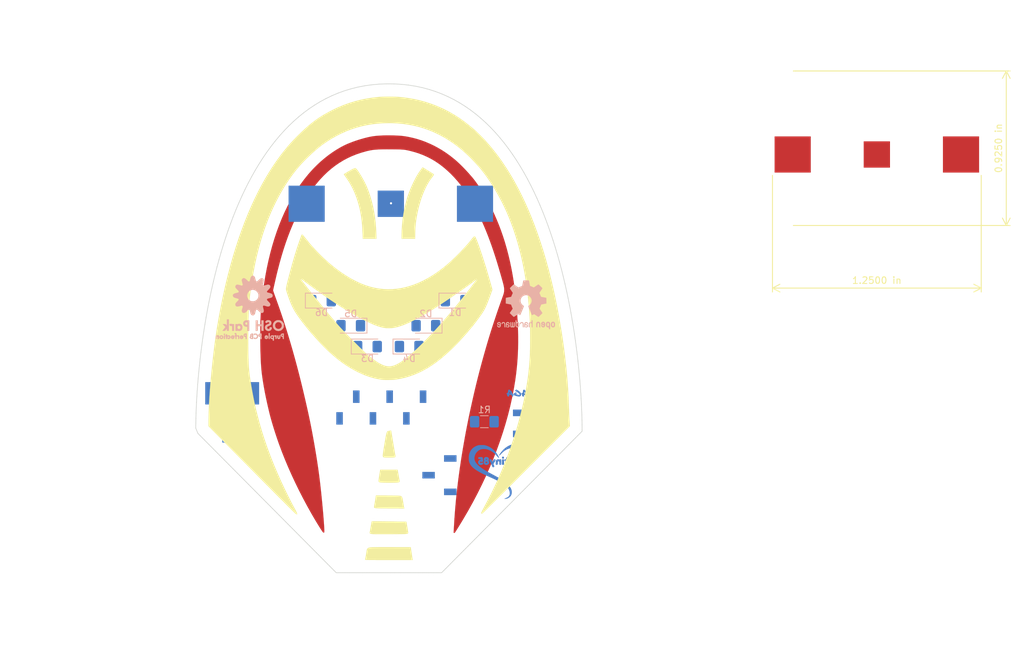
<source format=kicad_pcb>
(kicad_pcb (version 20171130) (host pcbnew 5.1.4-e60b266~84~ubuntu18.04.1)
  (layers (0 F.Cu signal) (31 B.Cu signal) (34 B.Paste user) (35 F.Paste user) (36 B.SilkS user) (37 F.SilkS user) (38 B.Mask user) (39 F.Mask user) (44 Edge.Cuts user))
  (net 0 "")
  (net 1 GND)
  (net 2 VCC)
  (net 3 /PB_1)
  (net 4 /PB_0)
  (net 5 /PB_4)
  (net 6 VIN)
  (net 7 /PB_2)
  (net 8 "Net-(J2-Pad4)")
  (net 9 "Net-(J2-Pad6)")
  (module Cylon_New_Charly_Plex_6_75mm:S8211R (layer F.Cu) (at 228.6 74.295)
    (fp_text reference BT1)
    (fp_text value Battery_Cell)
    (pad 1 smd rect (at 12.8 0) (size 5.5 5.5) (layers F.Cu F.Paste F.Mask) (net 2 VCC))
    (pad 1 smd rect (at -12.8 0) (size 5.5 5.5) (layers F.Cu F.Paste F.Mask) (net 2 VCC))
    (pad 2 smd rect (at 0 0) (size 4 4) (layers F.Cu F.Paste F.Mask) (net 1 GND))
  )
  (module Cylon_New_Charly_Plex_6_75mm:S8211R (layer B.Cu) (at 154.686 81.788)
    (fp_text reference BT1)
    (fp_text value Battery_Cell)
    (pad 2 smd rect (at 0 0) (size 4 4) (layers B.Cu B.Paste B.Mask) (net 1 GND))
    (pad 1 smd rect (at -12.8 0) (size 5.5 5.5) (layers B.Cu B.Paste B.Mask) (net 2 VCC))
    (pad 1 smd rect (at 12.8 0) (size 5.5 5.5) (layers B.Cu B.Paste B.Mask) (net 2 VCC))
  )
  (module Cylon_New_Charly_Plex_6_75mm:LED_1206_3216Metric_Pad1.42x1.75mm_HandSolder (layer B.Cu) (at 164.465 96.52)
    (fp_text reference D1 (at 0 1.82) (layer B.SilkS) (effects (justify mirror)))
    (fp_text value LED)
    (pad 2 smd roundrect (at 1.4875 0) (size 1.425 1.75) (layers B.Cu B.Paste B.Mask) (roundrect_rratio 0.175439) (net 3 /PB_1))
    (pad 1 smd roundrect (at -1.4875 0) (size 1.425 1.75) (layers B.Cu B.Paste B.Mask) (roundrect_rratio 0.175439) (net 4 /PB_0))
  )
  (module Cylon_New_Charly_Plex_6_75mm:LED_1206_3216Metric_Pad1.42x1.75mm_HandSolder (layer B.Cu) (at 160.02 100.33 180)
    (fp_text reference D2 (at 0 1.82) (layer B.SilkS) (effects (justify mirror)))
    (fp_text value LED)
    (pad 1 smd roundrect (at -1.4875 0 180) (size 1.425 1.75) (layers B.Cu B.Paste B.Mask) (roundrect_rratio 0.175439) (net 3 /PB_1))
    (pad 2 smd roundrect (at 1.4875 0 180) (size 1.425 1.75) (layers B.Cu B.Paste B.Mask) (roundrect_rratio 0.175439) (net 4 /PB_0))
  )
  (module Cylon_New_Charly_Plex_6_75mm:LED_1206_3216Metric_Pad1.42x1.75mm_HandSolder (layer B.Cu) (at 151.13 103.505)
    (fp_text reference D3 (at 0 1.82) (layer B.SilkS) (effects (justify mirror)))
    (fp_text value LED)
    (pad 1 smd roundrect (at -1.4875 0) (size 1.425 1.75) (layers B.Cu B.Paste B.Mask) (roundrect_rratio 0.175439) (net 3 /PB_1))
    (pad 2 smd roundrect (at 1.4875 0) (size 1.425 1.75) (layers B.Cu B.Paste B.Mask) (roundrect_rratio 0.175439) (net 5 /PB_4))
  )
  (module Cylon_New_Charly_Plex_6_75mm:LED_1206_3216Metric_Pad1.42x1.75mm_HandSolder (layer B.Cu) (at 157.48 103.505)
    (fp_text reference D4 (at 0 1.82) (layer B.SilkS) (effects (justify mirror)))
    (fp_text value LED)
    (pad 2 smd roundrect (at 1.4875 0) (size 1.425 1.75) (layers B.Cu B.Paste B.Mask) (roundrect_rratio 0.175439) (net 3 /PB_1))
    (pad 1 smd roundrect (at -1.4875 0) (size 1.425 1.75) (layers B.Cu B.Paste B.Mask) (roundrect_rratio 0.175439) (net 5 /PB_4))
  )
  (module Cylon_New_Charly_Plex_6_75mm:LED_1206_3216Metric_Pad1.42x1.75mm_HandSolder (layer B.Cu) (at 148.59 100.33 180)
    (fp_text reference D5 (at 0 1.82) (layer B.SilkS) (effects (justify mirror)))
    (fp_text value LED)
    (pad 2 smd roundrect (at 1.4875 0 180) (size 1.425 1.75) (layers B.Cu B.Paste B.Mask) (roundrect_rratio 0.175439) (net 5 /PB_4))
    (pad 1 smd roundrect (at -1.4875 0 180) (size 1.425 1.75) (layers B.Cu B.Paste B.Mask) (roundrect_rratio 0.175439) (net 4 /PB_0))
  )
  (module Cylon_New_Charly_Plex_6_75mm:LED_1206_3216Metric_Pad1.42x1.75mm_HandSolder (layer B.Cu) (at 144.145 96.52)
    (fp_text reference D6 (at 0 1.82) (layer B.SilkS) (effects (justify mirror)))
    (fp_text value LED)
    (pad 1 smd roundrect (at -1.4875 0) (size 1.425 1.75) (layers B.Cu B.Paste B.Mask) (roundrect_rratio 0.175439) (net 5 /PB_4))
    (pad 2 smd roundrect (at 1.4875 0) (size 1.425 1.75) (layers B.Cu B.Paste B.Mask) (roundrect_rratio 0.175439) (net 4 /PB_0))
  )
  (module Cylon_New_Charly_Plex_6_75mm:JST-S2B-PH-SM4-TB (layer B.Cu) (at 130.556 113.411)
    (fp_text reference J1)
    (fp_text value Conn_01x02)
    (pad 4 smd roundrect (at -3.35 -2.8) (size 1.5 3.4) (layers B.Cu B.Paste B.Mask) (roundrect_rratio 0.015))
    (pad 3 smd roundrect (at 3.35 -2.8) (size 1.5 3.4) (layers B.Cu B.Paste B.Mask) (roundrect_rratio 0.015))
    (pad 1 smd rect (at -1 2.95) (size 1 3.5) (layers B.Cu B.Paste B.Mask) (net 2 VCC))
    (pad 2 smd roundrect (at 1 2.95) (size 1 3.5) (layers B.Cu B.Paste B.Mask) (roundrect_rratio 0.015) (net 1 GND))
  )
  (module Cylon_New_Charly_Plex_6_75mm:Digispark_SMD_Reverse (layer B.Cu) (at 153.543 112.776)
    (fp_text reference J2)
    (fp_text value Conn_01x06_x03)
    (pad 9 smd rect (at 10.1844 12.827) (size 1.9 1) (layers B.Cu B.Paste B.Mask) (net 2 VCC))
    (pad 8 smd rect (at 6.8844 10.287) (size 1.9 1) (layers B.Cu B.Paste B.Mask) (net 1 GND))
    (pad 7 smd rect (at 10.1844 7.747) (size 1.9 1) (layers B.Cu B.Paste B.Mask) (net 6 VIN))
    (pad 1 smd rect (at 6.0452 -1.65 270) (size 1.9 1) (layers B.Cu B.Paste B.Mask) (net 4 /PB_0))
    (pad 2 smd rect (at 3.5052 1.65 270) (size 1.9 1) (layers B.Cu B.Paste B.Mask) (net 3 /PB_1))
    (pad 3 smd rect (at 0.9652 -1.65 270) (size 1.9 1) (layers B.Cu B.Paste B.Mask) (net 7 /PB_2))
    (pad 4 smd rect (at -1.5748 1.65 270) (size 1.9 1) (layers B.Cu B.Paste B.Mask) (net 8 "Net-(J2-Pad4)"))
    (pad 5 smd rect (at -4.1148 -1.65 270) (size 1.9 1) (layers B.Cu B.Paste B.Mask) (net 5 /PB_4))
    (pad 6 smd rect (at -6.6548 1.65 270) (size 1.9 1) (layers B.Cu B.Paste B.Mask) (net 9 "Net-(J2-Pad6)"))
  )
  (module Cylon_New_Charly_Plex_6_75mm:R_1206_3216Metric_Pad1.42x1.75mm_HandSolder (layer B.Cu) (at 168.91 114.935 180)
    (fp_text reference R1 (at 0 1.82 180) (layer B.SilkS) (effects (justify mirror)))
    (fp_text value R_Small)
    (pad 2 smd roundrect (at 1.4875 0 180) (size 1.425 1.75) (layers B.Cu B.Paste B.Mask) (roundrect_rratio 0.175439) (net 2 VCC))
    (pad 1 smd roundrect (at -1.4875 0 180) (size 1.425 1.75) (layers B.Cu B.Paste B.Mask) (roundrect_rratio 0.175439) (net 7 /PB_2))
  )
  (module Cylon_New_Charly_Plex_6_75mm:SW_Push_PTS647_4.5mm (layer B.Cu) (at 176.657 115.189 180)
    (fp_text reference SW2)
    (fp_text value SW_Push_Dual)
    (pad 1 smd rect (at -2.625 1.6 180) (size 1.55 1) (layers B.Cu B.Paste B.Mask) (net 7 /PB_2))
    (pad 2 smd rect (at 2.625 1.6 180) (size 1.55 1) (layers B.Cu B.Paste B.Mask) (net 7 /PB_2))
    (pad 3 smd rect (at -2.625 -1.6 180) (size 1.55 1) (layers B.Cu B.Paste B.Mask) (net 1 GND))
    (pad 4 smd rect (at 2.625 -1.6 180) (size 1.55 1) (layers B.Cu B.Paste B.Mask) (net 1 GND))
  )
  (module Cylon_New_Charly_Plex_6_75mm:Cylon_New_001 (layer F.Cu) (at 154.495909 100.767227)
    (fp_text reference U1 hide)
    (fp_text value PCB hide)
    (fp_poly (pts (xy -0.026701 -29.375595) (xy 0.254 -29.372829) (xy 0.615657 -29.366677) (xy 0.941163 -29.357783) (xy 1.236644 -29.345616) (xy 1.508225 -29.329645) (xy 1.762032 -29.309339) (xy 2.004189 -29.284168) (xy 2.240823 -29.253599) (xy 2.478057 -29.217102) (xy 2.722018 -29.174147) (xy 2.868084 -29.146246) (xy 3.550843 -28.997143) (xy 4.211608 -28.82079) (xy 4.857946 -28.614603) (xy 5.497421 -28.375999) (xy 6.137601 -28.102394) (xy 6.678084 -27.845292) (xy 7.340522 -27.496795) (xy 7.982261 -27.119338) (xy 8.607906 -26.709851) (xy 9.222064 -26.265263) (xy 9.829339 -25.782504) (xy 10.043584 -25.601837) (xy 10.258319 -25.412743) (xy 10.493125 -25.196452) (xy 10.741929 -24.959067) (xy 10.998662 -24.706693) (xy 11.257255 -24.445431) (xy 11.511637 -24.181384) (xy 11.755738 -23.920657) (xy 11.983489 -23.669352) (xy 12.117962 -23.516166) (xy 12.208909 -23.411298) (xy 12.300534 -23.306045) (xy 12.385048 -23.209329) (xy 12.454658 -23.130075) (xy 12.487614 -23.092833) (xy 12.578107 -22.988392) (xy 12.676146 -22.869697) (xy 12.78587 -22.731537) (xy 12.911422 -22.568701) (xy 13.051119 -22.38375) (xy 13.490833 -21.772678) (xy 13.923462 -21.12288) (xy 14.347436 -20.437602) (xy 14.76118 -19.720091) (xy 15.163122 -18.973594) (xy 15.55169 -18.201357) (xy 15.92531 -17.406626) (xy 16.28241 -16.592649) (xy 16.621416 -15.762673) (xy 16.940757 -14.919943) (xy 17.23886 -14.067707) (xy 17.514151 -13.209211) (xy 17.545623 -13.105775) (xy 17.824386 -12.139197) (xy 18.081587 -11.153199) (xy 18.31752 -10.145945) (xy 18.532475 -9.115603) (xy 18.726744 -8.060336) (xy 18.90062 -6.978312) (xy 19.054394 -5.867695) (xy 19.188357 -4.726651) (xy 19.302802 -3.553347) (xy 19.39802 -2.345947) (xy 19.474303 -1.102618) (xy 19.483733 -0.92075) (xy 19.52759 0.127393) (xy 19.550967 1.143413) (xy 19.553647 2.132359) (xy 19.535412 3.099277) (xy 19.496042 4.049216) (xy 19.43532 4.987223) (xy 19.353028 5.918345) (xy 19.248946 6.84763) (xy 19.122858 7.780127) (xy 19.101084 7.926917) (xy 18.888113 9.216884) (xy 18.635056 10.517313) (xy 18.342455 11.826768) (xy 18.01085 13.143808) (xy 17.640782 14.466997) (xy 17.232792 15.794894) (xy 16.78742 17.126063) (xy 16.305207 18.459064) (xy 15.786694 19.792458) (xy 15.232421 21.124809) (xy 14.64293 22.454676) (xy 14.01876 23.780623) (xy 13.360453 25.101209) (xy 12.668549 26.414997) (xy 11.94359 27.720548) (xy 11.186115 29.016425) (xy 11.152517 29.072417) (xy 11.028028 29.27894) (xy 10.901005 29.488334) (xy 10.773414 29.697449) (xy 10.647223 29.90314) (xy 10.524397 30.10226) (xy 10.406906 30.291661) (xy 10.296715 30.468196) (xy 10.195792 30.62872) (xy 10.106104 30.770083) (xy 10.029618 30.88914) (xy 9.968301 30.982744) (xy 9.92412 31.047747) (xy 9.899042 31.081003) (xy 9.89466 31.084751) (xy 9.862134 31.081862) (xy 9.810009 31.068782) (xy 9.803979 31.066901) (xy 9.733708 31.044528) (xy 9.745923 30.894556) (xy 9.750897 30.825443) (xy 9.757363 30.723734) (xy 9.764744 30.599117) (xy 9.772468 30.461278) (xy 9.779891 30.32125) (xy 9.865668 28.878381) (xy 9.975651 27.419088) (xy 10.110085 25.941402) (xy 10.269215 24.443353) (xy 10.453288 22.922974) (xy 10.662548 21.378295) (xy 10.897242 19.807348) (xy 11.157615 18.208164) (xy 11.443912 16.578775) (xy 11.599629 15.737417) (xy 11.640176 15.523665) (xy 11.684988 15.290497) (xy 11.733111 15.042664) (xy 11.783591 14.78492) (xy 11.835475 14.522018) (xy 11.887807 14.258711) (xy 11.939635 13.999751) (xy 11.990003 13.749891) (xy 12.037959 13.513885) (xy 12.082547 13.296486) (xy 12.122814 13.102445) (xy 12.157806 12.936517) (xy 12.186569 12.803453) (xy 12.205076 12.721167) (xy 12.223508 12.640231) (xy 12.249063 12.526021) (xy 12.27995 12.386645) (xy 12.31438 12.230215) (xy 12.35056 12.06484) (xy 12.385048 11.90625) (xy 12.639735 10.752409) (xy 12.896751 9.630977) (xy 13.158577 8.532028) (xy 13.427696 7.445639) (xy 13.70659 6.361884) (xy 13.99774 5.27084) (xy 14.303628 4.162581) (xy 14.460022 3.608917) (xy 14.632156 3.007979) (xy 14.797853 2.438272) (xy 14.959682 1.891492) (xy 15.12021 1.359335) (xy 15.282006 0.833497) (xy 15.447638 0.305674) (xy 15.619674 -0.232439) (xy 15.800682 -0.789144) (xy 15.993229 -1.372746) (xy 16.096477 -1.68275) (xy 16.18129 -1.936245) (xy 16.260022 -2.170511) (xy 16.334471 -2.390715) (xy 16.406438 -2.602018) (xy 16.477723 -2.809586) (xy 16.550124 -3.018583) (xy 16.625444 -3.234172) (xy 16.70548 -3.461518) (xy 16.792034 -3.705785) (xy 16.886905 -3.972137) (xy 16.991893 -4.265738) (xy 17.108797 -4.591752) (xy 17.162692 -4.741836) (xy 17.235198 -4.946139) (xy 17.293537 -5.117442) (xy 17.339169 -5.262087) (xy 17.373555 -5.386417) (xy 17.398155 -5.496776) (xy 17.414429 -5.599507) (xy 17.423838 -5.700951) (xy 17.427841 -5.807453) (xy 17.428173 -5.894916) (xy 17.427107 -5.975589) (xy 17.4245 -6.052527) (xy 17.419651 -6.12876) (xy 17.411856 -6.20732) (xy 17.400416 -6.291238) (xy 17.384626 -6.383545) (xy 17.363786 -6.487272) (xy 17.337194 -6.60545) (xy 17.304148 -6.74111) (xy 17.263945 -6.897284) (xy 17.215885 -7.077003) (xy 17.159264 -7.283297) (xy 17.093382 -7.519197) (xy 17.017536 -7.787736) (xy 16.931024 -8.091943) (xy 16.869404 -8.307916) (xy 16.597185 -9.243905) (xy 16.3263 -10.140167) (xy 16.055839 -10.999247) (xy 15.784895 -11.823691) (xy 15.51256 -12.616047) (xy 15.237925 -13.37886) (xy 14.960082 -14.114677) (xy 14.678122 -14.826043) (xy 14.391138 -15.515506) (xy 14.098221 -16.185611) (xy 13.917944 -16.582264) (xy 13.816655 -16.798385) (xy 13.701735 -17.037524) (xy 13.577013 -17.292116) (xy 13.446316 -17.554591) (xy 13.313476 -17.817384) (xy 13.18232 -18.072927) (xy 13.056677 -18.313652) (xy 12.940377 -18.531994) (xy 12.837249 -18.720383) (xy 12.824559 -18.743083) (xy 12.750852 -18.874977) (xy 12.679119 -19.004128) (xy 12.613688 -19.122681) (xy 12.558889 -19.222785) (xy 12.519051 -19.296585) (xy 12.509529 -19.314583) (xy 12.444471 -19.432685) (xy 12.358438 -19.579656) (xy 12.255033 -19.749893) (xy 12.137857 -19.937796) (xy 12.01051 -20.137763) (xy 11.876596 -20.344192) (xy 11.739713 -20.551483) (xy 11.603465 -20.754033) (xy 11.471453 -20.946242) (xy 11.347277 -21.122508) (xy 11.345971 -21.124333) (xy 10.861628 -21.773072) (xy 10.359425 -22.391063) (xy 9.841088 -22.976538) (xy 9.308341 -23.52773) (xy 8.762908 -24.042871) (xy 8.206514 -24.520193) (xy 7.640883 -24.957929) (xy 7.520948 -25.044759) (xy 6.957513 -25.424823) (xy 6.377877 -25.770037) (xy 5.779536 -26.081511) (xy 5.159986 -26.360352) (xy 4.516722 -26.607668) (xy 3.847239 -26.824567) (xy 3.149034 -27.012156) (xy 2.986555 -27.050709) (xy 2.835282 -27.085264) (xy 2.696754 -27.115468) (xy 2.566899 -27.141639) (xy 2.441646 -27.164097) (xy 2.316923 -27.183164) (xy 2.188659 -27.199157) (xy 2.052783 -27.212399) (xy 1.905223 -27.223208) (xy 1.741909 -27.231906) (xy 1.558768 -27.238811) (xy 1.35173 -27.244244) (xy 1.116723 -27.248525) (xy 0.849676 -27.251974) (xy 0.546518 -27.254911) (xy 0.370417 -27.256365) (xy -0.052908 -27.259032) (xy -0.437437 -27.259809) (xy -0.786678 -27.258422) (xy -1.104139 -27.254599) (xy -1.393325 -27.248065) (xy -1.657744 -27.238548) (xy -1.900904 -27.225772) (xy -2.126311 -27.209466) (xy -2.337473 -27.189355) (xy -2.537896 -27.165165) (xy -2.731089 -27.136624) (xy -2.920557 -27.103458) (xy -3.109809 -27.065393) (xy -3.302351 -27.022155) (xy -3.50169 -26.973471) (xy -3.608916 -26.945986) (xy -4.346005 -26.734994) (xy -5.058281 -26.491283) (xy -5.746858 -26.214142) (xy -6.412851 -25.902859) (xy -7.057373 -25.556723) (xy -7.681539 -25.175023) (xy -8.286463 -24.757049) (xy -8.873258 -24.302089) (xy -9.44304 -23.809432) (xy -9.996922 -23.278368) (xy -10.536018 -22.708184) (xy -10.897756 -22.294176) (xy -11.366704 -21.715211) (xy -11.827466 -21.095553) (xy -12.279482 -20.436151) (xy -12.722192 -19.737954) (xy -13.155036 -19.001908) (xy -13.577454 -18.228964) (xy -13.988886 -17.420068) (xy -14.388773 -16.576169) (xy -14.737128 -15.790333) (xy -15.100496 -14.912408) (xy -15.449358 -14.003938) (xy -15.784226 -13.06334) (xy -16.105613 -12.089031) (xy -16.414031 -11.079429) (xy -16.709992 -10.03295) (xy -16.994009 -8.948012) (xy -17.131224 -8.392583) (xy -17.165598 -8.249353) (xy -17.204676 -8.084132) (xy -17.247513 -7.901104) (xy -17.293164 -7.70445) (xy -17.340684 -7.498352) (xy -17.389127 -7.286993) (xy -17.437549 -7.074555) (xy -17.485004 -6.865221) (xy -17.530548 -6.663171) (xy -17.573235 -6.47259) (xy -17.612119 -6.297658) (xy -17.646257 -6.142558) (xy -17.674703 -6.011472) (xy -17.696511 -5.908583) (xy -17.710736 -5.838072) (xy -17.716434 -5.804123) (xy -17.7165 -5.802728) (xy -17.709449 -5.775108) (xy -17.689185 -5.711545) (xy -17.657035 -5.615856) (xy -17.614331 -5.491854) (xy -17.562401 -5.343355) (xy -17.502575 -5.174173) (xy -17.436184 -4.988123) (xy -17.364556 -4.78902) (xy -17.326635 -4.684224) (xy -17.102808 -4.063195) (xy -16.893006 -3.473069) (xy -16.694558 -2.905844) (xy -16.504791 -2.353522) (xy -16.321035 -1.808101) (xy -16.140618 -1.261582) (xy -15.960869 -0.705966) (xy -15.779116 -0.133251) (xy -15.592688 0.464561) (xy -15.423178 1.016) (xy -15.082138 2.151287) (xy -14.748526 3.300936) (xy -14.421509 4.468176) (xy -14.100255 5.656235) (xy -13.78393 6.868341) (xy -13.471702 8.107725) (xy -13.162738 9.377614) (xy -12.856205 10.681237) (xy -12.55127 12.021823) (xy -12.349518 12.932834) (xy -12.196011 13.649212) (xy -12.04164 14.400492) (xy -11.887566 15.179989) (xy -11.734946 15.981018) (xy -11.584941 16.796895) (xy -11.43871 17.620934) (xy -11.297412 18.446451) (xy -11.162207 19.26676) (xy -11.034253 20.075177) (xy -10.91471 20.865016) (xy -10.804736 21.629593) (xy -10.705493 22.362223) (xy -10.679408 22.563667) (xy -10.635684 22.911884) (xy -10.591506 23.276869) (xy -10.547082 23.656277) (xy -10.502618 24.047763) (xy -10.458323 24.448983) (xy -10.414403 24.857593) (xy -10.371067 25.271247) (xy -10.328521 25.687603) (xy -10.286973 26.104314) (xy -10.24663 26.519037) (xy -10.207701 26.929427) (xy -10.170391 27.333139) (xy -10.134909 27.72783) (xy -10.101462 28.111154) (xy -10.070258 28.480767) (xy -10.041503 28.834325) (xy -10.015406 29.169484) (xy -9.992174 29.483897) (xy -9.972013 29.775222) (xy -9.955133 30.041114) (xy -9.941739 30.279228) (xy -9.932039 30.48722) (xy -9.926242 30.662745) (xy -9.924554 30.803458) (xy -9.927182 30.907016) (xy -9.934335 30.971074) (xy -9.93525 30.974994) (xy -9.949859 31.01299) (xy -9.97718 31.027246) (xy -10.028202 31.026277) (xy -10.067244 31.020101) (xy -10.100174 31.004453) (xy -10.134805 30.972499) (xy -10.178951 30.917404) (xy -10.224763 30.854323) (xy -10.314075 30.725285) (xy -10.421648 30.56314) (xy -10.54512 30.371749) (xy -10.68213 30.154978) (xy -10.830317 29.916688) (xy -10.987322 29.660745) (xy -11.150782 29.39101) (xy -11.318338 29.111348) (xy -11.487628 28.825622) (xy -11.656291 28.537695) (xy -11.821967 28.251431) (xy -11.92152 28.077584) (xy -12.563987 26.926167) (xy -13.18597 25.76194) (xy -13.785471 24.589189) (xy -14.360494 23.412199) (xy -14.90904 22.235259) (xy -15.429112 21.062654) (xy -15.918712 19.898671) (xy -16.375841 18.747597) (xy -16.798503 17.613718) (xy -16.799602 17.610667) (xy -16.963514 17.147931) (xy -17.127503 16.670455) (xy -17.289839 16.183852) (xy -17.448793 15.693737) (xy -17.602636 15.205723) (xy -17.749638 14.725426) (xy -17.888069 14.258459) (xy -18.0162 13.810437) (xy -18.132302 13.386974) (xy -18.234644 12.993684) (xy -18.286279 12.784667) (xy -18.460503 12.050591) (xy -18.620053 11.350797) (xy -18.76591 10.680234) (xy -18.899057 10.033852) (xy -19.020476 9.406599) (xy -19.131147 8.793427) (xy -19.232053 8.189283) (xy -19.324176 7.589117) (xy -19.398088 7.065206) (xy -19.443042 6.70353) (xy -19.483646 6.313848) (xy -19.519958 5.894822) (xy -19.552035 5.44511) (xy -19.579935 4.963372) (xy -19.603716 4.448266) (xy -19.623435 3.898454) (xy -19.639151 3.312594) (xy -19.650921 2.689345) (xy -19.658804 2.027367) (xy -19.662856 1.32532) (xy -19.663474 0.910167) (xy -19.66268 0.423067) (xy -19.66009 -0.026915) (xy -19.655457 -0.444967) (xy -19.648534 -0.836278) (xy -19.639076 -1.206033) (xy -19.626835 -1.559422) (xy -19.611566 -1.901631) (xy -19.593022 -2.237848) (xy -19.570958 -2.57326) (xy -19.545125 -2.913056) (xy -19.515279 -3.262423) (xy -19.481172 -3.626547) (xy -19.442558 -4.010618) (xy -19.419194 -4.233333) (xy -19.269017 -5.512119) (xy -19.09318 -6.764124) (xy -18.89187 -7.988844) (xy -18.665277 -9.185776) (xy -18.413589 -10.354413) (xy -18.136994 -11.494253) (xy -17.835681 -12.60479) (xy -17.509838 -13.68552) (xy -17.159653 -14.735939) (xy -16.785316 -15.755541) (xy -16.387014 -16.743823) (xy -15.964936 -17.700281) (xy -15.51927 -18.624408) (xy -15.050206 -19.515702) (xy -14.55793 -20.373658) (xy -14.042633 -21.197771) (xy -13.504502 -21.987537) (xy -12.943725 -22.742451) (xy -12.360492 -23.462008) (xy -12.140733 -23.71725) (xy -11.599699 -24.309933) (xy -11.037171 -24.876766) (xy -10.455861 -25.415603) (xy -9.858483 -25.924297) (xy -9.247748 -26.400701) (xy -8.626371 -26.842669) (xy -7.997062 -27.248053) (xy -7.362534 -27.614707) (xy -6.932083 -27.839503) (xy -6.61988 -27.98779) (xy -6.276961 -28.136739) (xy -5.909324 -28.28447) (xy -5.522969 -28.429107) (xy -5.123895 -28.568771) (xy -4.718103 -28.701583) (xy -4.311591 -28.825665) (xy -3.910359 -28.93914) (xy -3.520407 -29.040128) (xy -3.147734 -29.126752) (xy -2.798339 -29.197134) (xy -2.478222 -29.249395) (xy -2.391833 -29.260879) (xy -2.092464 -29.295162) (xy -1.79005 -29.323066) (xy -1.478717 -29.344838) (xy -1.15259 -29.360729) (xy -0.805795 -29.370987) (xy -0.432457 -29.375859) (xy -0.026701 -29.375595)) (layer F.Cu) (width 0.01))
    (fp_line (start -0.099229 -37.217226) (end -0.485268 -37.217226) (layer Edge.Cuts) (width 0.1))
    (fp_line (start -0.485268 -37.217226) (end -1.619046 -37.171111) (layer Edge.Cuts) (width 0.1))
    (fp_line (start -1.619046 -37.171111) (end -2.723948 -37.070976) (layer Edge.Cuts) (width 0.1))
    (fp_line (start -2.723948 -37.070976) (end -3.800324 -36.918232) (layer Edge.Cuts) (width 0.1))
    (fp_line (start -3.800324 -36.918232) (end -4.848528 -36.71429) (layer Edge.Cuts) (width 0.1))
    (fp_line (start -4.848528 -36.71429) (end -5.868909 -36.460561) (layer Edge.Cuts) (width 0.1))
    (fp_line (start -5.868909 -36.460561) (end -6.86182 -36.158458) (layer Edge.Cuts) (width 0.1))
    (fp_line (start -6.86182 -36.158458) (end -7.827612 -35.80939) (layer Edge.Cuts) (width 0.1))
    (fp_line (start -7.827612 -35.80939) (end -8.766636 -35.41477) (layer Edge.Cuts) (width 0.1))
    (fp_line (start -8.766636 -35.41477) (end -9.679245 -34.976008) (layer Edge.Cuts) (width 0.1))
    (fp_line (start -9.679245 -34.976008) (end -10.56579 -34.494517) (layer Edge.Cuts) (width 0.1))
    (fp_line (start -10.56579 -34.494517) (end -11.426622 -33.971707) (layer Edge.Cuts) (width 0.1))
    (fp_line (start -11.426622 -33.971707) (end -12.262093 -33.408989) (layer Edge.Cuts) (width 0.1))
    (fp_line (start -12.262093 -33.408989) (end -13.072554 -32.807775) (layer Edge.Cuts) (width 0.1))
    (fp_line (start -13.072554 -32.807775) (end -13.858358 -32.169477) (layer Edge.Cuts) (width 0.1))
    (fp_line (start -13.858358 -32.169477) (end -14.619855 -31.495505) (layer Edge.Cuts) (width 0.1))
    (fp_line (start -14.619855 -31.495505) (end -15.357397 -30.787271) (layer Edge.Cuts) (width 0.1))
    (fp_line (start -15.357397 -30.787271) (end -16.071336 -30.046186) (layer Edge.Cuts) (width 0.1))
    (fp_line (start -16.071336 -30.046186) (end -16.762023 -29.273661) (layer Edge.Cuts) (width 0.1))
    (fp_line (start -16.762023 -29.273661) (end -17.42981 -28.471108) (layer Edge.Cuts) (width 0.1))
    (fp_line (start -17.42981 -28.471108) (end -18.075049 -27.639938) (layer Edge.Cuts) (width 0.1))
    (fp_line (start -18.075049 -27.639938) (end -18.69809 -26.781563) (layer Edge.Cuts) (width 0.1))
    (fp_line (start -18.69809 -26.781563) (end -19.299286 -25.897393) (layer Edge.Cuts) (width 0.1))
    (fp_line (start -19.299286 -25.897393) (end -19.878988 -24.98884) (layer Edge.Cuts) (width 0.1))
    (fp_line (start -19.878988 -24.98884) (end -20.437547 -24.057315) (layer Edge.Cuts) (width 0.1))
    (fp_line (start -20.437547 -24.057315) (end -20.975316 -23.10423) (layer Edge.Cuts) (width 0.1))
    (fp_line (start -20.975316 -23.10423) (end -21.492646 -22.130995) (layer Edge.Cuts) (width 0.1))
    (fp_line (start -21.492646 -22.130995) (end -21.989887 -21.139023) (layer Edge.Cuts) (width 0.1))
    (fp_line (start -21.989887 -21.139023) (end -22.467393 -20.129724) (layer Edge.Cuts) (width 0.1))
    (fp_line (start -22.467393 -20.129724) (end -22.925514 -19.10451) (layer Edge.Cuts) (width 0.1))
    (fp_line (start -22.925514 -19.10451) (end -23.364602 -18.064792) (layer Edge.Cuts) (width 0.1))
    (fp_line (start -23.364602 -18.064792) (end -23.785008 -17.011981) (layer Edge.Cuts) (width 0.1))
    (fp_line (start -23.785008 -17.011981) (end -24.187085 -15.947489) (layer Edge.Cuts) (width 0.1))
    (fp_line (start -24.187085 -15.947489) (end -24.571183 -14.872727) (layer Edge.Cuts) (width 0.1))
    (fp_line (start -24.571183 -14.872727) (end -24.937654 -13.789106) (layer Edge.Cuts) (width 0.1))
    (fp_line (start -24.937654 -13.789106) (end -25.28685 -12.698038) (layer Edge.Cuts) (width 0.1))
    (fp_line (start -25.28685 -12.698038) (end -25.619123 -11.600933) (layer Edge.Cuts) (width 0.1))
    (fp_line (start -25.619123 -11.600933) (end -25.934823 -10.499204) (layer Edge.Cuts) (width 0.1))
    (fp_line (start -25.934823 -10.499204) (end -26.234304 -9.394261) (layer Edge.Cuts) (width 0.1))
    (fp_line (start -26.234304 -9.394261) (end -26.517915 -8.287516) (layer Edge.Cuts) (width 0.1))
    (fp_line (start -26.517915 -8.287516) (end -26.786011 -7.18038) (layer Edge.Cuts) (width 0.1))
    (fp_line (start -26.786011 -7.18038) (end -27.038934 -6.074264) (layer Edge.Cuts) (width 0.1))
    (fp_line (start -27.038934 -6.074264) (end -27.277045 -4.97058) (layer Edge.Cuts) (width 0.1))
    (fp_line (start -27.277045 -4.97058) (end -27.500696 -3.870739) (layer Edge.Cuts) (width 0.1))
    (fp_line (start -27.500696 -3.870739) (end -27.710235 -2.776152) (layer Edge.Cuts) (width 0.1))
    (fp_line (start -27.710235 -2.776152) (end -27.906014 -1.68823) (layer Edge.Cuts) (width 0.1))
    (fp_line (start -27.906014 -1.68823) (end -28.088385 -0.608386) (layer Edge.Cuts) (width 0.1))
    (fp_line (start -28.088385 -0.608386) (end -28.2577 0.46197) (layer Edge.Cuts) (width 0.1))
    (fp_line (start -28.2577 0.46197) (end -28.414309 1.521427) (layer Edge.Cuts) (width 0.1))
    (fp_line (start -28.414309 1.521427) (end -28.558565 2.568573) (layer Edge.Cuts) (width 0.1))
    (fp_line (start -28.558565 2.568573) (end -28.690819 3.601997) (layer Edge.Cuts) (width 0.1))
    (fp_line (start -28.690819 3.601997) (end -28.811423 4.620288) (layer Edge.Cuts) (width 0.1))
    (fp_line (start -28.811423 4.620288) (end -28.920727 5.622034) (layer Edge.Cuts) (width 0.1))
    (fp_line (start -28.920727 5.622034) (end -29.019086 6.605824) (layer Edge.Cuts) (width 0.1))
    (fp_line (start -29.019086 6.605824) (end -29.106847 7.570246) (layer Edge.Cuts) (width 0.1))
    (fp_line (start -29.106847 7.570246) (end -29.184365 8.51389) (layer Edge.Cuts) (width 0.1))
    (fp_line (start -29.184365 8.51389) (end -29.25199 9.435345) (layer Edge.Cuts) (width 0.1))
    (fp_line (start -29.25199 9.435345) (end -29.310074 10.333198) (layer Edge.Cuts) (width 0.1))
    (fp_line (start -29.310074 10.333198) (end -29.35897 11.206038) (layer Edge.Cuts) (width 0.1))
    (fp_line (start -29.35897 11.206038) (end -29.399027 12.052455) (layer Edge.Cuts) (width 0.1))
    (fp_line (start -29.399027 12.052455) (end -29.430598 12.871037) (layer Edge.Cuts) (width 0.1))
    (fp_line (start -29.430598 12.871037) (end -29.454031 13.660372) (layer Edge.Cuts) (width 0.1))
    (fp_line (start -29.454031 13.660372) (end -29.469689 14.41905) (layer Edge.Cuts) (width 0.1))
    (fp_line (start -29.469689 14.41905) (end -29.477908 15.145658) (layer Edge.Cuts) (width 0.1))
    (fp_line (start -29.477908 15.145658) (end -29.145189 15.945938) (layer Edge.Cuts) (width 0.1))
    (fp_line (start -29.145189 15.945938) (end -28.81133 16.28222) (layer Edge.Cuts) (width 0.1))
    (fp_line (start -28.81133 16.28222) (end -28.477471 16.618503) (layer Edge.Cuts) (width 0.1))
    (fp_line (start -28.477471 16.618503) (end -28.143613 16.954785) (layer Edge.Cuts) (width 0.1))
    (fp_line (start -28.143613 16.954785) (end -27.809754 17.291067) (layer Edge.Cuts) (width 0.1))
    (fp_line (start -27.809754 17.291067) (end -27.475894 17.62735) (layer Edge.Cuts) (width 0.1))
    (fp_line (start -27.475894 17.62735) (end -27.142036 17.963632) (layer Edge.Cuts) (width 0.1))
    (fp_line (start -27.142036 17.963632) (end -26.808177 18.299914) (layer Edge.Cuts) (width 0.1))
    (fp_line (start -26.808177 18.299914) (end -26.474318 18.636196) (layer Edge.Cuts) (width 0.1))
    (fp_line (start -26.474318 18.636196) (end -26.140459 18.972478) (layer Edge.Cuts) (width 0.1))
    (fp_line (start -26.140459 18.972478) (end -25.8066 19.308761) (layer Edge.Cuts) (width 0.1))
    (fp_line (start -25.8066 19.308761) (end -25.472742 19.645043) (layer Edge.Cuts) (width 0.1))
    (fp_line (start -25.472742 19.645043) (end -25.138883 19.981325) (layer Edge.Cuts) (width 0.1))
    (fp_line (start -25.138883 19.981325) (end -24.805024 20.317608) (layer Edge.Cuts) (width 0.1))
    (fp_line (start -24.805024 20.317608) (end -24.471165 20.65389) (layer Edge.Cuts) (width 0.1))
    (fp_line (start -24.471165 20.65389) (end -24.137306 20.990172) (layer Edge.Cuts) (width 0.1))
    (fp_line (start -24.137306 20.990172) (end -23.803448 21.326454) (layer Edge.Cuts) (width 0.1))
    (fp_line (start -23.803448 21.326454) (end -23.469589 21.662737) (layer Edge.Cuts) (width 0.1))
    (fp_line (start -23.469589 21.662737) (end -23.13573 21.999019) (layer Edge.Cuts) (width 0.1))
    (fp_line (start -23.13573 21.999019) (end -22.801871 22.335301) (layer Edge.Cuts) (width 0.1))
    (fp_line (start -22.801871 22.335301) (end -22.468012 22.671583) (layer Edge.Cuts) (width 0.1))
    (fp_line (start -22.468012 22.671583) (end -22.134154 23.007866) (layer Edge.Cuts) (width 0.1))
    (fp_line (start -22.134154 23.007866) (end -21.800295 23.344148) (layer Edge.Cuts) (width 0.1))
    (fp_line (start -21.800295 23.344148) (end -21.466436 23.68043) (layer Edge.Cuts) (width 0.1))
    (fp_line (start -21.466436 23.68043) (end -21.132577 24.016712) (layer Edge.Cuts) (width 0.1))
    (fp_line (start -21.132577 24.016712) (end -20.798718 24.352995) (layer Edge.Cuts) (width 0.1))
    (fp_line (start -20.798718 24.352995) (end -20.46486 24.689277) (layer Edge.Cuts) (width 0.1))
    (fp_line (start -20.46486 24.689277) (end -20.131001 25.025559) (layer Edge.Cuts) (width 0.1))
    (fp_line (start -20.131001 25.025559) (end -19.797142 25.361841) (layer Edge.Cuts) (width 0.1))
    (fp_line (start -19.797142 25.361841) (end -19.463283 25.698124) (layer Edge.Cuts) (width 0.1))
    (fp_line (start -19.463283 25.698124) (end -19.129424 26.034406) (layer Edge.Cuts) (width 0.1))
    (fp_line (start -19.129424 26.034406) (end -18.795566 26.370688) (layer Edge.Cuts) (width 0.1))
    (fp_line (start -18.795566 26.370688) (end -18.461707 26.70697) (layer Edge.Cuts) (width 0.1))
    (fp_line (start -18.461707 26.70697) (end -18.127848 27.043253) (layer Edge.Cuts) (width 0.1))
    (fp_line (start -18.127848 27.043253) (end -17.793989 27.379535) (layer Edge.Cuts) (width 0.1))
    (fp_line (start -17.793989 27.379535) (end -17.46013 27.715817) (layer Edge.Cuts) (width 0.1))
    (fp_line (start -17.46013 27.715817) (end -17.126272 28.052099) (layer Edge.Cuts) (width 0.1))
    (fp_line (start -17.126272 28.052099) (end -16.792413 28.388382) (layer Edge.Cuts) (width 0.1))
    (fp_line (start -16.792413 28.388382) (end -16.458554 28.724664) (layer Edge.Cuts) (width 0.1))
    (fp_line (start -16.458554 28.724664) (end -16.124695 29.060946) (layer Edge.Cuts) (width 0.1))
    (fp_line (start -16.124695 29.060946) (end -15.790836 29.397228) (layer Edge.Cuts) (width 0.1))
    (fp_line (start -15.790836 29.397228) (end -15.456978 29.733511) (layer Edge.Cuts) (width 0.1))
    (fp_line (start -15.456978 29.733511) (end -15.123119 30.069793) (layer Edge.Cuts) (width 0.1))
    (fp_line (start -15.123119 30.069793) (end -14.78926 30.406075) (layer Edge.Cuts) (width 0.1))
    (fp_line (start -14.78926 30.406075) (end -14.455401 30.742357) (layer Edge.Cuts) (width 0.1))
    (fp_line (start -14.455401 30.742357) (end -14.121542 31.07864) (layer Edge.Cuts) (width 0.1))
    (fp_line (start -14.121542 31.07864) (end -13.787684 31.414922) (layer Edge.Cuts) (width 0.1))
    (fp_line (start -13.787684 31.414922) (end -13.453825 31.751204) (layer Edge.Cuts) (width 0.1))
    (fp_line (start -13.453825 31.751204) (end -13.119966 32.087486) (layer Edge.Cuts) (width 0.1))
    (fp_line (start -13.119966 32.087486) (end -12.786107 32.423769) (layer Edge.Cuts) (width 0.1))
    (fp_line (start -12.786107 32.423769) (end -12.452248 32.760051) (layer Edge.Cuts) (width 0.1))
    (fp_line (start -12.452248 32.760051) (end -12.11839 33.096333) (layer Edge.Cuts) (width 0.1))
    (fp_line (start -12.11839 33.096333) (end -11.784531 33.432615) (layer Edge.Cuts) (width 0.1))
    (fp_line (start -11.784531 33.432615) (end -11.450672 33.768898) (layer Edge.Cuts) (width 0.1))
    (fp_line (start -11.450672 33.768898) (end -11.116813 34.10518) (layer Edge.Cuts) (width 0.1))
    (fp_line (start -11.116813 34.10518) (end -10.782954 34.441462) (layer Edge.Cuts) (width 0.1))
    (fp_line (start -10.782954 34.441462) (end -10.449096 34.777744) (layer Edge.Cuts) (width 0.1))
    (fp_line (start -10.449096 34.777744) (end -10.115237 35.114027) (layer Edge.Cuts) (width 0.1))
    (fp_line (start -10.115237 35.114027) (end -9.781378 35.450309) (layer Edge.Cuts) (width 0.1))
    (fp_line (start -9.781378 35.450309) (end -9.447519 35.786591) (layer Edge.Cuts) (width 0.1))
    (fp_line (start -9.447519 35.786591) (end -9.11366 36.122873) (layer Edge.Cuts) (width 0.1))
    (fp_line (start -9.11366 36.122873) (end -8.779802 36.459156) (layer Edge.Cuts) (width 0.1))
    (fp_line (start -8.779802 36.459156) (end -8.445943 36.795438) (layer Edge.Cuts) (width 0.1))
    (fp_line (start -8.445943 36.795438) (end -8.112084 37.13172) (layer Edge.Cuts) (width 0.1))
    (fp_line (start -8.112084 37.13172) (end -7.861682 37.13172) (layer Edge.Cuts) (width 0.1))
    (fp_line (start -7.861682 37.13172) (end -7.611281 37.13172) (layer Edge.Cuts) (width 0.1))
    (fp_line (start -7.611281 37.13172) (end -7.360879 37.13172) (layer Edge.Cuts) (width 0.1))
    (fp_line (start -7.360879 37.13172) (end -7.110477 37.13172) (layer Edge.Cuts) (width 0.1))
    (fp_line (start -7.110477 37.13172) (end -6.860075 37.13172) (layer Edge.Cuts) (width 0.1))
    (fp_line (start -6.860075 37.13172) (end -6.609673 37.13172) (layer Edge.Cuts) (width 0.1))
    (fp_line (start -6.609673 37.13172) (end -6.359272 37.13172) (layer Edge.Cuts) (width 0.1))
    (fp_line (start -6.359272 37.13172) (end -6.10887 37.13172) (layer Edge.Cuts) (width 0.1))
    (fp_line (start -6.10887 37.13172) (end -5.858468 37.13172) (layer Edge.Cuts) (width 0.1))
    (fp_line (start -5.858468 37.13172) (end -5.608067 37.13172) (layer Edge.Cuts) (width 0.1))
    (fp_line (start -5.608067 37.13172) (end -5.357665 37.13172) (layer Edge.Cuts) (width 0.1))
    (fp_line (start -5.357665 37.13172) (end -5.107263 37.13172) (layer Edge.Cuts) (width 0.1))
    (fp_line (start -5.107263 37.13172) (end -4.856861 37.13172) (layer Edge.Cuts) (width 0.1))
    (fp_line (start -4.856861 37.13172) (end -4.606459 37.13172) (layer Edge.Cuts) (width 0.1))
    (fp_line (start -4.606459 37.13172) (end -4.356058 37.13172) (layer Edge.Cuts) (width 0.1))
    (fp_line (start -4.356058 37.13172) (end -4.105656 37.13172) (layer Edge.Cuts) (width 0.1))
    (fp_line (start -4.105656 37.13172) (end -3.855254 37.13172) (layer Edge.Cuts) (width 0.1))
    (fp_line (start -3.855254 37.13172) (end -3.604852 37.13172) (layer Edge.Cuts) (width 0.1))
    (fp_line (start -3.604852 37.13172) (end -3.354451 37.13172) (layer Edge.Cuts) (width 0.1))
    (fp_line (start -3.354451 37.13172) (end -3.104049 37.13172) (layer Edge.Cuts) (width 0.1))
    (fp_line (start -3.104049 37.13172) (end -2.853647 37.13172) (layer Edge.Cuts) (width 0.1))
    (fp_line (start -2.853647 37.13172) (end -2.603245 37.13172) (layer Edge.Cuts) (width 0.1))
    (fp_line (start -2.603245 37.13172) (end -2.352844 37.13172) (layer Edge.Cuts) (width 0.1))
    (fp_line (start -2.352844 37.13172) (end -2.102442 37.13172) (layer Edge.Cuts) (width 0.1))
    (fp_line (start -2.102442 37.13172) (end -1.85204 37.13172) (layer Edge.Cuts) (width 0.1))
    (fp_line (start -1.85204 37.13172) (end -1.601638 37.13172) (layer Edge.Cuts) (width 0.1))
    (fp_line (start -1.601638 37.13172) (end -1.351237 37.13172) (layer Edge.Cuts) (width 0.1))
    (fp_line (start -1.351237 37.13172) (end -1.100835 37.13172) (layer Edge.Cuts) (width 0.1))
    (fp_line (start -1.100835 37.13172) (end -0.850433 37.13172) (layer Edge.Cuts) (width 0.1))
    (fp_line (start -0.850433 37.13172) (end -0.600031 37.13172) (layer Edge.Cuts) (width 0.1))
    (fp_line (start -0.600031 37.13172) (end -0.34963 37.13172) (layer Edge.Cuts) (width 0.1))
    (fp_line (start -0.34963 37.13172) (end -0.099228 37.13172) (layer Edge.Cuts) (width 0.1))
    (fp_line (start -0.099228 37.13172) (end 0.151174 37.13172) (layer Edge.Cuts) (width 0.1))
    (fp_line (start 0.151174 37.13172) (end 0.401576 37.13172) (layer Edge.Cuts) (width 0.1))
    (fp_line (start 0.401576 37.13172) (end 0.651977 37.13172) (layer Edge.Cuts) (width 0.1))
    (fp_line (start 0.651977 37.13172) (end 0.902379 37.13172) (layer Edge.Cuts) (width 0.1))
    (fp_line (start 0.902379 37.13172) (end 1.152781 37.13172) (layer Edge.Cuts) (width 0.1))
    (fp_line (start 1.152781 37.13172) (end 1.403183 37.13172) (layer Edge.Cuts) (width 0.1))
    (fp_line (start 1.403183 37.13172) (end 1.653584 37.13172) (layer Edge.Cuts) (width 0.1))
    (fp_line (start 1.653584 37.13172) (end 1.903986 37.13172) (layer Edge.Cuts) (width 0.1))
    (fp_line (start 1.903986 37.13172) (end 2.154388 37.13172) (layer Edge.Cuts) (width 0.1))
    (fp_line (start 2.154388 37.13172) (end 2.40479 37.13172) (layer Edge.Cuts) (width 0.1))
    (fp_line (start 2.40479 37.13172) (end 2.655191 37.13172) (layer Edge.Cuts) (width 0.1))
    (fp_line (start 2.655191 37.13172) (end 2.905593 37.13172) (layer Edge.Cuts) (width 0.1))
    (fp_line (start 2.905593 37.13172) (end 3.155995 37.13172) (layer Edge.Cuts) (width 0.1))
    (fp_line (start 3.155995 37.13172) (end 3.406397 37.13172) (layer Edge.Cuts) (width 0.1))
    (fp_line (start 3.406397 37.13172) (end 3.656798 37.13172) (layer Edge.Cuts) (width 0.1))
    (fp_line (start 3.656798 37.13172) (end 3.9072 37.13172) (layer Edge.Cuts) (width 0.1))
    (fp_line (start 3.9072 37.13172) (end 4.157602 37.13172) (layer Edge.Cuts) (width 0.1))
    (fp_line (start 4.157602 37.13172) (end 4.408004 37.13172) (layer Edge.Cuts) (width 0.1))
    (fp_line (start 4.408004 37.13172) (end 4.658405 37.13172) (layer Edge.Cuts) (width 0.1))
    (fp_line (start 4.658405 37.13172) (end 4.908807 37.13172) (layer Edge.Cuts) (width 0.1))
    (fp_line (start 4.908807 37.13172) (end 5.159209 37.13172) (layer Edge.Cuts) (width 0.1))
    (fp_line (start 5.159209 37.13172) (end 5.409611 37.13172) (layer Edge.Cuts) (width 0.1))
    (fp_line (start 5.409611 37.13172) (end 5.660012 37.13172) (layer Edge.Cuts) (width 0.1))
    (fp_line (start 5.660012 37.13172) (end 5.910414 37.13172) (layer Edge.Cuts) (width 0.1))
    (fp_line (start 5.910414 37.13172) (end 6.160816 37.13172) (layer Edge.Cuts) (width 0.1))
    (fp_line (start 6.160816 37.13172) (end 6.411218 37.13172) (layer Edge.Cuts) (width 0.1))
    (fp_line (start 6.411218 37.13172) (end 6.661619 37.13172) (layer Edge.Cuts) (width 0.1))
    (fp_line (start 6.661619 37.13172) (end 6.912021 37.13172) (layer Edge.Cuts) (width 0.1))
    (fp_line (start 6.912021 37.13172) (end 7.162423 37.13172) (layer Edge.Cuts) (width 0.1))
    (fp_line (start 7.162423 37.13172) (end 7.412825 37.13172) (layer Edge.Cuts) (width 0.1))
    (fp_line (start 7.412825 37.13172) (end 7.663226 37.13172) (layer Edge.Cuts) (width 0.1))
    (fp_line (start 7.663226 37.13172) (end 7.913628 37.13172) (layer Edge.Cuts) (width 0.1))
    (fp_line (start 7.913628 37.13172) (end 8.247487 36.795438) (layer Edge.Cuts) (width 0.1))
    (fp_line (start 8.247487 36.795438) (end 8.581346 36.459156) (layer Edge.Cuts) (width 0.1))
    (fp_line (start 8.581346 36.459156) (end 8.915204 36.122873) (layer Edge.Cuts) (width 0.1))
    (fp_line (start 8.915204 36.122873) (end 9.249063 35.786591) (layer Edge.Cuts) (width 0.1))
    (fp_line (start 9.249063 35.786591) (end 9.582922 35.450309) (layer Edge.Cuts) (width 0.1))
    (fp_line (start 9.582922 35.450309) (end 9.916781 35.114027) (layer Edge.Cuts) (width 0.1))
    (fp_line (start 9.916781 35.114027) (end 10.25064 34.777744) (layer Edge.Cuts) (width 0.1))
    (fp_line (start 10.25064 34.777744) (end 10.584498 34.441462) (layer Edge.Cuts) (width 0.1))
    (fp_line (start 10.584498 34.441462) (end 10.918357 34.10518) (layer Edge.Cuts) (width 0.1))
    (fp_line (start 10.918357 34.10518) (end 11.252216 33.768898) (layer Edge.Cuts) (width 0.1))
    (fp_line (start 11.252216 33.768898) (end 11.586075 33.432615) (layer Edge.Cuts) (width 0.1))
    (fp_line (start 11.586075 33.432615) (end 11.919934 33.096333) (layer Edge.Cuts) (width 0.1))
    (fp_line (start 11.919934 33.096333) (end 12.253792 32.760051) (layer Edge.Cuts) (width 0.1))
    (fp_line (start 12.253792 32.760051) (end 12.587651 32.423769) (layer Edge.Cuts) (width 0.1))
    (fp_line (start 12.587651 32.423769) (end 12.92151 32.087486) (layer Edge.Cuts) (width 0.1))
    (fp_line (start 12.92151 32.087486) (end 13.255369 31.751204) (layer Edge.Cuts) (width 0.1))
    (fp_line (start 13.255369 31.751204) (end 13.589228 31.414922) (layer Edge.Cuts) (width 0.1))
    (fp_line (start 13.589228 31.414922) (end 13.923086 31.07864) (layer Edge.Cuts) (width 0.1))
    (fp_line (start 13.923086 31.07864) (end 14.256945 30.742357) (layer Edge.Cuts) (width 0.1))
    (fp_line (start 14.256945 30.742357) (end 14.590804 30.406075) (layer Edge.Cuts) (width 0.1))
    (fp_line (start 14.590804 30.406075) (end 14.924663 30.069793) (layer Edge.Cuts) (width 0.1))
    (fp_line (start 14.924663 30.069793) (end 15.258522 29.733511) (layer Edge.Cuts) (width 0.1))
    (fp_line (start 15.258522 29.733511) (end 15.59238 29.397228) (layer Edge.Cuts) (width 0.1))
    (fp_line (start 15.59238 29.397228) (end 15.926239 29.060946) (layer Edge.Cuts) (width 0.1))
    (fp_line (start 15.926239 29.060946) (end 16.260098 28.724664) (layer Edge.Cuts) (width 0.1))
    (fp_line (start 16.260098 28.724664) (end 16.593957 28.388382) (layer Edge.Cuts) (width 0.1))
    (fp_line (start 16.593957 28.388382) (end 16.927816 28.052099) (layer Edge.Cuts) (width 0.1))
    (fp_line (start 16.927816 28.052099) (end 17.261674 27.715817) (layer Edge.Cuts) (width 0.1))
    (fp_line (start 17.261674 27.715817) (end 17.595533 27.379535) (layer Edge.Cuts) (width 0.1))
    (fp_line (start 17.595533 27.379535) (end 17.929392 27.043253) (layer Edge.Cuts) (width 0.1))
    (fp_line (start 17.929392 27.043253) (end 18.263251 26.70697) (layer Edge.Cuts) (width 0.1))
    (fp_line (start 18.263251 26.70697) (end 18.59711 26.370688) (layer Edge.Cuts) (width 0.1))
    (fp_line (start 18.59711 26.370688) (end 18.930968 26.034406) (layer Edge.Cuts) (width 0.1))
    (fp_line (start 18.930968 26.034406) (end 19.264827 25.698124) (layer Edge.Cuts) (width 0.1))
    (fp_line (start 19.264827 25.698124) (end 19.598686 25.361841) (layer Edge.Cuts) (width 0.1))
    (fp_line (start 19.598686 25.361841) (end 19.932545 25.025559) (layer Edge.Cuts) (width 0.1))
    (fp_line (start 19.932545 25.025559) (end 20.266403 24.689277) (layer Edge.Cuts) (width 0.1))
    (fp_line (start 20.266403 24.689277) (end 20.600262 24.352995) (layer Edge.Cuts) (width 0.1))
    (fp_line (start 20.600262 24.352995) (end 20.934121 24.016712) (layer Edge.Cuts) (width 0.1))
    (fp_line (start 20.934121 24.016712) (end 21.26798 23.68043) (layer Edge.Cuts) (width 0.1))
    (fp_line (start 21.26798 23.68043) (end 21.601839 23.344148) (layer Edge.Cuts) (width 0.1))
    (fp_line (start 21.601839 23.344148) (end 21.935697 23.007866) (layer Edge.Cuts) (width 0.1))
    (fp_line (start 21.935697 23.007866) (end 22.269556 22.671583) (layer Edge.Cuts) (width 0.1))
    (fp_line (start 22.269556 22.671583) (end 22.603415 22.335301) (layer Edge.Cuts) (width 0.1))
    (fp_line (start 22.603415 22.335301) (end 22.937274 21.999019) (layer Edge.Cuts) (width 0.1))
    (fp_line (start 22.937274 21.999019) (end 23.271133 21.662737) (layer Edge.Cuts) (width 0.1))
    (fp_line (start 23.271133 21.662737) (end 23.604991 21.326454) (layer Edge.Cuts) (width 0.1))
    (fp_line (start 23.604991 21.326454) (end 23.93885 20.990172) (layer Edge.Cuts) (width 0.1))
    (fp_line (start 23.93885 20.990172) (end 24.272709 20.65389) (layer Edge.Cuts) (width 0.1))
    (fp_line (start 24.272709 20.65389) (end 24.606568 20.317608) (layer Edge.Cuts) (width 0.1))
    (fp_line (start 24.606568 20.317608) (end 24.940427 19.981325) (layer Edge.Cuts) (width 0.1))
    (fp_line (start 24.940427 19.981325) (end 25.274285 19.645043) (layer Edge.Cuts) (width 0.1))
    (fp_line (start 25.274285 19.645043) (end 25.608144 19.308761) (layer Edge.Cuts) (width 0.1))
    (fp_line (start 25.608144 19.308761) (end 25.942003 18.972478) (layer Edge.Cuts) (width 0.1))
    (fp_line (start 25.942003 18.972478) (end 26.275862 18.636196) (layer Edge.Cuts) (width 0.1))
    (fp_line (start 26.275862 18.636196) (end 26.609721 18.299914) (layer Edge.Cuts) (width 0.1))
    (fp_line (start 26.609721 18.299914) (end 26.943579 17.963632) (layer Edge.Cuts) (width 0.1))
    (fp_line (start 26.943579 17.963632) (end 27.277438 17.62735) (layer Edge.Cuts) (width 0.1))
    (fp_line (start 27.277438 17.62735) (end 27.611297 17.291067) (layer Edge.Cuts) (width 0.1))
    (fp_line (start 27.611297 17.291067) (end 27.945156 16.954785) (layer Edge.Cuts) (width 0.1))
    (fp_line (start 27.945156 16.954785) (end 28.279015 16.618503) (layer Edge.Cuts) (width 0.1))
    (fp_line (start 28.279015 16.618503) (end 28.612873 16.28222) (layer Edge.Cuts) (width 0.1))
    (fp_line (start 28.612873 16.28222) (end 28.946732 15.945938) (layer Edge.Cuts) (width 0.1))
    (fp_line (start 28.946732 15.945938) (end 29.280591 15.609656) (layer Edge.Cuts) (width 0.1))
    (fp_line (start 29.280591 15.609656) (end 29.280591 15.380526) (layer Edge.Cuts) (width 0.1))
    (fp_line (start 29.280591 15.380526) (end 29.274791 14.66492) (layer Edge.Cuts) (width 0.1))
    (fp_line (start 29.274791 14.66492) (end 29.261611 13.916775) (layer Edge.Cuts) (width 0.1))
    (fp_line (start 29.261611 13.916775) (end 29.240781 13.137503) (layer Edge.Cuts) (width 0.1))
    (fp_line (start 29.240781 13.137503) (end 29.211981 12.328513) (layer Edge.Cuts) (width 0.1))
    (fp_line (start 29.211981 12.328513) (end 29.174801 11.491218) (layer Edge.Cuts) (width 0.1))
    (fp_line (start 29.174801 11.491218) (end 29.128891 10.627028) (layer Edge.Cuts) (width 0.1))
    (fp_line (start 29.128891 10.627028) (end 29.073911 9.737356) (layer Edge.Cuts) (width 0.1))
    (fp_line (start 29.073911 9.737356) (end 29.009511 8.823612) (layer Edge.Cuts) (width 0.1))
    (fp_line (start 29.009511 8.823612) (end 28.935331 7.887208) (layer Edge.Cuts) (width 0.1))
    (fp_line (start 28.935331 7.887208) (end 28.851021 6.929554) (layer Edge.Cuts) (width 0.1))
    (fp_line (start 28.851021 6.929554) (end 28.756241 5.952063) (layer Edge.Cuts) (width 0.1))
    (fp_line (start 28.756241 5.952063) (end 28.650624 4.956146) (layer Edge.Cuts) (width 0.1))
    (fp_line (start 28.650624 4.956146) (end 28.533822 3.943213) (layer Edge.Cuts) (width 0.1))
    (fp_line (start 28.533822 3.943213) (end 28.405495 2.914677) (layer Edge.Cuts) (width 0.1))
    (fp_line (start 28.405495 2.914677) (end 28.26528 1.871948) (layer Edge.Cuts) (width 0.1))
    (fp_line (start 28.26528 1.871948) (end 28.112825 0.816438) (layer Edge.Cuts) (width 0.1))
    (fp_line (start 28.112825 0.816438) (end 27.947781 -0.250442) (layer Edge.Cuts) (width 0.1))
    (fp_line (start 27.947781 -0.250442) (end 27.769804 -1.32728) (layer Edge.Cuts) (width 0.1))
    (fp_line (start 27.769804 -1.32728) (end 27.578533 -2.412666) (layer Edge.Cuts) (width 0.1))
    (fp_line (start 27.578533 -2.412666) (end 27.373617 -3.505188) (layer Edge.Cuts) (width 0.1))
    (fp_line (start 27.373617 -3.505188) (end 27.154714 -4.603435) (layer Edge.Cuts) (width 0.1))
    (fp_line (start 27.154714 -4.603435) (end 26.921462 -5.705995) (layer Edge.Cuts) (width 0.1))
    (fp_line (start 26.921462 -5.705995) (end 26.673511 -6.811457) (layer Edge.Cuts) (width 0.1))
    (fp_line (start 26.673511 -6.811457) (end 26.410508 -7.918409) (layer Edge.Cuts) (width 0.1))
    (fp_line (start 26.410508 -7.918409) (end 26.132112 -9.025442) (layer Edge.Cuts) (width 0.1))
    (fp_line (start 26.132112 -9.025442) (end 25.837961 -10.131142) (layer Edge.Cuts) (width 0.1))
    (fp_line (start 25.837961 -10.131142) (end 25.527708 -11.234099) (layer Edge.Cuts) (width 0.1))
    (fp_line (start 25.527708 -11.234099) (end 25.200999 -12.332902) (layer Edge.Cuts) (width 0.1))
    (fp_line (start 25.200999 -12.332902) (end 24.857488 -13.42614) (layer Edge.Cuts) (width 0.1))
    (fp_line (start 24.857488 -13.42614) (end 24.496814 -14.5124) (layer Edge.Cuts) (width 0.1))
    (fp_line (start 24.496814 -14.5124) (end 24.118631 -15.590272) (layer Edge.Cuts) (width 0.1))
    (fp_line (start 24.118631 -15.590272) (end 23.722586 -16.658344) (layer Edge.Cuts) (width 0.1))
    (fp_line (start 23.722586 -16.658344) (end 23.308329 -17.715205) (layer Edge.Cuts) (width 0.1))
    (fp_line (start 23.308329 -17.715205) (end 22.875507 -18.759444) (layer Edge.Cuts) (width 0.1))
    (fp_line (start 22.875507 -18.759444) (end 22.42377 -19.78965) (layer Edge.Cuts) (width 0.1))
    (fp_line (start 22.42377 -19.78965) (end 21.952765 -20.804411) (layer Edge.Cuts) (width 0.1))
    (fp_line (start 21.952765 -20.804411) (end 21.462141 -21.802315) (layer Edge.Cuts) (width 0.1))
    (fp_line (start 21.462141 -21.802315) (end 20.951546 -22.781953) (layer Edge.Cuts) (width 0.1))
    (fp_line (start 20.951546 -22.781953) (end 20.42063 -23.741911) (layer Edge.Cuts) (width 0.1))
    (fp_line (start 20.42063 -23.741911) (end 19.869039 -24.680779) (layer Edge.Cuts) (width 0.1))
    (fp_line (start 19.869039 -24.680779) (end 19.296424 -25.597147) (layer Edge.Cuts) (width 0.1))
    (fp_line (start 19.296424 -25.597147) (end 18.702432 -26.489601) (layer Edge.Cuts) (width 0.1))
    (fp_line (start 18.702432 -26.489601) (end 18.086711 -27.356731) (layer Edge.Cuts) (width 0.1))
    (fp_line (start 18.086711 -27.356731) (end 17.448911 -28.197127) (layer Edge.Cuts) (width 0.1))
    (fp_line (start 17.448911 -28.197127) (end 16.788679 -29.009376) (layer Edge.Cuts) (width 0.1))
    (fp_line (start 16.788679 -29.009376) (end 16.105664 -29.792066) (layer Edge.Cuts) (width 0.1))
    (fp_line (start 16.105664 -29.792066) (end 15.399515 -30.543788) (layer Edge.Cuts) (width 0.1))
    (fp_line (start 15.399515 -30.543788) (end 14.66988 -31.263129) (layer Edge.Cuts) (width 0.1))
    (fp_line (start 14.66988 -31.263129) (end 13.916407 -31.948679) (layer Edge.Cuts) (width 0.1))
    (fp_line (start 13.916407 -31.948679) (end 13.138744 -32.599025) (layer Edge.Cuts) (width 0.1))
    (fp_line (start 13.138744 -32.599025) (end 12.336541 -33.212757) (layer Edge.Cuts) (width 0.1))
    (fp_line (start 12.336541 -33.212757) (end 11.509446 -33.788464) (layer Edge.Cuts) (width 0.1))
    (fp_line (start 11.509446 -33.788464) (end 10.657107 -34.324733) (layer Edge.Cuts) (width 0.1))
    (fp_line (start 10.657107 -34.324733) (end 9.779172 -34.820155) (layer Edge.Cuts) (width 0.1))
    (fp_line (start 9.779172 -34.820155) (end 8.87529 -35.273316) (layer Edge.Cuts) (width 0.1))
    (fp_line (start 8.87529 -35.273316) (end 7.94511 -35.682807) (layer Edge.Cuts) (width 0.1))
    (fp_line (start 7.94511 -35.682807) (end 6.988279 -36.047216) (layer Edge.Cuts) (width 0.1))
    (fp_line (start 6.988279 -36.047216) (end 6.004447 -36.365131) (layer Edge.Cuts) (width 0.1))
    (fp_line (start 6.004447 -36.365131) (end 4.993262 -36.635141) (layer Edge.Cuts) (width 0.1))
    (fp_line (start 4.993262 -36.635141) (end 3.954372 -36.855835) (layer Edge.Cuts) (width 0.1))
    (fp_line (start 3.954372 -36.855835) (end 2.887425 -37.025802) (layer Edge.Cuts) (width 0.1))
    (fp_line (start 2.887425 -37.025802) (end 1.792071 -37.143631) (layer Edge.Cuts) (width 0.1))
    (fp_line (start 1.792071 -37.143631) (end 0.667957 -37.207909) (layer Edge.Cuts) (width 0.1))
    (fp_line (start 0.667957 -37.207909) (end -0.099229 -37.217226) (layer Edge.Cuts) (width 0.1))
  )
  (module Cylon_New_Charly_Plex_6_75mm:firma_Cu_Mask (layer B.Cu) (at 176.53 110.49 180)
    (fp_text reference U2 hide)
    (fp_text value Firma hide)
    (fp_poly (pts (xy 4.151377 -0.452496) (xy 3.657161 -0.147681) (xy 3.750181 -0.140781) (xy 3.844921 -0.12528) (xy 3.819081 -0.018483) (xy 3.789801 0.093484) (xy 3.779461 0.076254) (xy 3.712281 -0.004707) (xy 3.658881 -0.089117) (xy 3.638211 -0.120127) (xy 3.619261 -0.151137) (xy 3.638211 -0.149437) (xy 3.657161 -0.147737) (xy 3.657161 -0.147681) (xy 4.151377 -0.452496) (xy 4.120367 -0.512786) (xy 4.073857 -0.566186) (xy 4.015287 -0.604086) (xy 3.946387 -0.621316) (xy 3.915377 -0.609256) (xy 3.899877 -0.598926) (xy 3.889537 -0.593726) (xy 3.882637 -0.588526) (xy 3.861967 -0.579926) (xy 3.868867 -0.557536) (xy 3.867167 -0.536866) (xy 3.846497 -0.514476) (xy 3.836157 -0.504135) (xy 3.827557 -0.493806) (xy 3.798277 -0.461076) (xy 3.844787 -0.449016) (xy 3.901637 -0.418006) (xy 3.913697 -0.354266) (xy 3.855127 -0.352566) (xy 3.808617 -0.364626) (xy 3.744887 -0.380126) (xy 3.675987 -0.385326) (xy 3.650147 -0.385326) (xy 3.624307 -0.381926) (xy 3.607087 -0.378526) (xy 3.600187 -0.357856) (xy 3.593287 -0.350956) (xy 3.574337 -0.328566) (xy 3.570937 -0.290666) (xy 3.560607 -0.259655) (xy 3.545107 -0.302716) (xy 3.538207 -0.319946) (xy 3.520977 -0.323346) (xy 3.515777 -0.331946) (xy 3.514077 -0.340546) (xy 3.505477 -0.369826) (xy 3.498577 -0.376726) (xy 3.491677 -0.381926) (xy 3.483077 -0.412936) (xy 3.472737 -0.442216) (xy 3.457237 -0.487006) (xy 3.453837 -0.528346) (xy 3.446937 -0.547296) (xy 3.427987 -0.564526) (xy 3.407317 -0.574856) (xy 3.396977 -0.581756) (xy 3.388377 -0.585156) (xy 3.383177 -0.604106) (xy 3.362507 -0.607506) (xy 3.334947 -0.612706) (xy 3.317717 -0.614406) (xy 3.300487 -0.612706) (xy 3.271207 -0.588586) (xy 3.247087 -0.569636) (xy 3.229867 -0.538626) (xy 3.226467 -0.519675) (xy 3.223067 -0.502446) (xy 3.217867 -0.492116) (xy 3.195477 -0.471446) (xy 3.214427 -0.455946) (xy 3.216127 -0.426666) (xy 3.288477 -0.257857) (xy 3.369437 -0.092492) (xy 3.395277 -0.037372) (xy 3.422837 0.017749) (xy 3.421137 0.029809) (xy 3.424537 0.045309) (xy 3.455547 0.096989) (xy 3.479667 0.145219) (xy 3.507227 0.202059) (xy 3.545127 0.258898) (xy 3.572687 0.270959) (xy 3.584747 0.274359) (xy 3.600247 0.277759) (xy 3.626087 0.274359) (xy 3.710487 0.336369) (xy 3.784557 0.434559) (xy 3.801787 0.458669) (xy 3.824177 0.444889) (xy 3.848297 0.434559) (xy 3.881027 0.425959) (xy 3.939597 0.410459) (xy 3.984387 0.384619) (xy 3.996447 0.343279) (xy 4.001647 0.315719) (xy 4.010247 0.257149) (xy 4.017147 0.191689) (xy 4.030927 0.133119) (xy 4.042987 0.076279) (xy 4.060217 -0.004682) (xy 4.082607 -0.077032) (xy 4.099837 -0.078732) (xy 4.117057 -0.073532) (xy 4.139447 -0.070132) (xy 4.158397 -0.068432) (xy 4.165297 -0.085662) (xy 4.182527 -0.102892) (xy 4.215257 -0.113232) (xy 4.234207 -0.128732) (xy 4.247987 -0.139072) (xy 4.273827 -0.149402) (xy 4.260047 -0.175242) (xy 4.210097 -0.235532) (xy 4.139477 -0.282042) (xy 4.141177 -0.302712) (xy 4.146377 -0.321662) (xy 4.154977 -0.381952) (xy 4.154977 -0.445682) (xy 4.151377 -0.452496)) (layer B.Cu) (width 0))
    (fp_poly (pts (xy 3.223076 -0.298824) (xy 3.114555 -0.414235) (xy 2.966416 -0.481415) (xy 2.795884 -0.527925) (xy 2.625351 -0.581325) (xy 2.582291 -0.583025) (xy 2.547841 -0.588225) (xy 2.516831 -0.593425) (xy 2.482381 -0.596825) (xy 2.473781 -0.600225) (xy 2.468581 -0.607125) (xy 2.415181 -0.612325) (xy 2.377281 -0.612325) (xy 2.334221 -0.617525) (xy 2.296321 -0.622725) (xy 2.09306 -0.531425) (xy 2.0121 -0.293713) (xy 2.0087 -0.283383) (xy 2.0018 -0.278183) (xy 2.0052 -0.248903) (xy 2.0069 -0.217893) (xy 2.10853 -0.042193) (xy 2.244611 0.102502) (xy 2.265281 0.123172) (xy 2.280781 0.143842) (xy 2.299731 0.161072) (xy 2.325571 0.173132) (xy 2.411701 0.248922) (xy 2.516776 0.314382) (xy 2.625296 0.378112) (xy 2.725206 0.450462) (xy 2.752766 0.445262) (xy 2.771716 0.445262) (xy 2.804446 0.409092) (xy 2.847506 0.386702) (xy 2.888846 0.360862) (xy 2.918126 0.319522) (xy 2.907786 0.310922) (xy 2.912986 0.295422) (xy 2.914686 0.279922) (xy 2.902626 0.273022) (xy 2.912956 0.262682) (xy 2.923296 0.254082) (xy 2.918096 0.240302) (xy 2.918096 0.223072) (xy 2.840576 0.180012) (xy 2.752726 0.135222) (xy 2.657986 0.085272) (xy 2.563246 0.024982) (xy 2.468506 -0.052539) (xy 2.375486 -0.140389) (xy 2.291076 -0.236849) (xy 2.223896 -0.333309) (xy 2.230796 -0.347089) (xy 2.239396 -0.359149) (xy 2.341026 -0.359149) (xy 2.437486 -0.364349) (xy 2.444386 -0.354009) (xy 2.452986 -0.343669) (xy 2.635576 -0.312659) (xy 2.807831 -0.266149) (xy 2.781991 -0.257549) (xy 2.761321 -0.248949) (xy 2.761321 -0.235169) (xy 2.778551 -0.221389) (xy 2.738931 -0.186939) (xy 2.721701 -0.131819) (xy 2.732031 -0.111149) (xy 2.721701 -0.092199) (xy 2.713101 -0.092199) (xy 2.709701 -0.097399) (xy 2.708001 -0.104299) (xy 2.699401 -0.102599) (xy 2.706301 -0.076759) (xy 2.716641 -0.052649) (xy 2.835496 0.026592) (xy 2.882006 -0.004419) (xy 2.938846 -0.037149) (xy 3.000856 -0.069879) (xy 3.061146 -0.100889) (xy 3.104206 -0.128449) (xy 3.140376 -0.164619) (xy 3.174826 -0.199069) (xy 3.217886 -0.228349) (xy 3.219586 -0.264519) (xy 3.222986 -0.298969) (xy 3.223076 -0.298824)) (layer B.Cu) (width 0))
    (fp_poly (pts (xy 1.886378 -0.464189) (xy 1.388562 -0.166188) (xy 1.481582 -0.159288) (xy 1.576322 -0.143788) (xy 1.550482 -0.03699) (xy 1.521202 0.074977) (xy 1.510872 0.057747) (xy 1.443692 -0.023214) (xy 1.390292 -0.107624) (xy 1.369622 -0.138634) (xy 1.350672 -0.169644) (xy 1.369622 -0.167944) (xy 1.388572 -0.166244) (xy 1.388562 -0.166188) (xy 1.886378 -0.464189) (xy 1.855368 -0.524479) (xy 1.808858 -0.577879) (xy 1.750288 -0.615779) (xy 1.681388 -0.633009) (xy 1.650378 -0.620949) (xy 1.634878 -0.610619) (xy 1.624538 -0.605419) (xy 1.617638 -0.600219) (xy 1.596968 -0.591619) (xy 1.603868 -0.569229) (xy 1.602168 -0.548559) (xy 1.581498 -0.526169) (xy 1.571158 -0.515829) (xy 1.562558 -0.505498) (xy 1.533278 -0.472769) (xy 1.579788 -0.460709) (xy 1.636638 -0.429699) (xy 1.648698 -0.365959) (xy 1.590128 -0.364259) (xy 1.543618 -0.376319) (xy 1.479888 -0.391819) (xy 1.410988 -0.397019) (xy 1.385148 -0.397019) (xy 1.359308 -0.393619) (xy 1.342088 -0.390219) (xy 1.335188 -0.369549) (xy 1.328288 -0.362649) (xy 1.309338 -0.340259) (xy 1.305938 -0.302359) (xy 1.295608 -0.271349) (xy 1.280108 -0.314409) (xy 1.273208 -0.331639) (xy 1.255978 -0.335039) (xy 1.250778 -0.343639) (xy 1.249078 -0.352239) (xy 1.240478 -0.381519) (xy 1.233578 -0.388419) (xy 1.226678 -0.393619) (xy 1.218078 -0.424629) (xy 1.207738 -0.453909) (xy 1.192238 -0.498699) (xy 1.188838 -0.540039) (xy 1.181938 -0.558989) (xy 1.162988 -0.576219) (xy 1.142318 -0.586549) (xy 1.131978 -0.593449) (xy 1.123378 -0.596849) (xy 1.118178 -0.615799) (xy 1.097508 -0.619199) (xy 1.069948 -0.624399) (xy 1.052718 -0.626099) (xy 1.035488 -0.624399) (xy 1.006208 -0.600279) (xy 0.982088 -0.581329) (xy 0.964868 -0.550319) (xy 0.961468 -0.531369) (xy 0.958068 -0.514139) (xy 0.952868 -0.503809) (xy 0.930478 -0.483139) (xy 0.949428 -0.467639) (xy 0.951128 -0.438359) (xy 1.023478 -0.26955) (xy 1.104438 -0.104185) (xy 1.130278 -0.049065) (xy 1.157838 0.006056) (xy 1.156138 0.018116) (xy 1.159538 0.033616) (xy 1.190548 0.085296) (xy 1.214668 0.133526) (xy 1.242228 0.190366) (xy 1.280128 0.247206) (xy 1.307688 0.259265) (xy 1.319748 0.262666) (xy 1.335248 0.266066) (xy 1.361088 0.262666) (xy 1.445488 0.324676) (xy 1.519558 0.422866) (xy 1.536788 0.446976) (xy 1.559178 0.433196) (xy 1.583298 0.422866) (xy 1.616028 0.414266) (xy 1.674598 0.398766) (xy 1.719388 0.372926) (xy 1.731448 0.331586) (xy 1.736648 0.304026) (xy 1.745248 0.245456) (xy 1.752148 0.179996) (xy 1.765928 0.121426) (xy 1.777988 0.064586) (xy 1.795208 -0.016375) (xy 1.817598 -0.088725) (xy 1.834828 -0.090425) (xy 1.852048 -0.085225) (xy 1.874438 -0.081825) (xy 1.893388 -0.080125) (xy 1.900288 -0.097355) (xy 1.917518 -0.114585) (xy 1.950248 -0.124925) (xy 1.969198 -0.140425) (xy 1.982978 -0.150765) (xy 2.008818 -0.161095) (xy 1.995038 -0.186935) (xy 1.945088 -0.247225) (xy 1.874468 -0.293735) (xy 1.876168 -0.314405) (xy 1.881368 -0.333355) (xy 1.889968 -0.393645) (xy 1.889968 -0.457375) (xy 1.886378 -0.464189)) (layer B.Cu) (width 0))
    (fp_poly (pts (xy 0.33264 -0.295379) (xy 0.31025 -0.314329) (xy 0.29647 -0.343609) (xy 0.28441 -0.372889) (xy 0.26718 -0.384949) (xy 0.25685 -0.409069) (xy 0.24307 -0.431459) (xy 0.23274 -0.455579) (xy 0.23614 -0.484859) (xy 0.21892 -0.514139) (xy 0.21032 -0.550309) (xy 0.19654 -0.579589) (xy 0.15864 -0.589929) (xy 0.15694 -0.598529) (xy 0.16214 -0.610589) (xy 0.13286 -0.612289) (xy 0.11047 -0.620889) (xy 0.05535 -0.584719) (xy 0.01745 -0.527879) (xy -0.01183 -0.462419) (xy -0.03595 -0.405579) (xy -0.03425 -0.369409) (xy -0.04631 -0.338399) (xy -0.02497 -0.293239) (xy -0.00314 -0.247319) (xy 0.01917 -0.200649) (xy 0.04197 -0.153229) (xy 0.06525 -0.105049) (xy 0.08902 -0.056119) (xy 0.11327 -0.006429) (xy 0.13801 0.044012) (xy 0.16283 0.094752) (xy 0.18732 0.145322) (xy 0.21149 0.195732) (xy 0.23534 0.245982) (xy 0.25886 0.296072) (xy 0.28206 0.346002) (xy 0.30494 0.395772) (xy 0.32749 0.445372) (xy 0.405 0.409202) (xy 0.47562 0.364412) (xy 0.53074 0.304122) (xy 0.56002 0.230052) (xy 0.55142 0.221452) (xy 0.54452 0.219752) (xy 0.55142 0.207692) (xy 0.55142 0.200792) (xy 0.55142 0.190452) (xy 0.55662 0.174952) (xy 0.54629 0.173252) (xy 0.53595 0.173252) (xy 0.53935 0.142242) (xy 0.53245 0.119852) (xy 0.52385 0.099182) (xy 0.52555 0.071622) (xy 0.51695 0.068222) (xy 0.51355 0.063021) (xy 0.50835 0.057822) (xy 0.50145 0.057822) (xy 0.50485 -0.017969) (xy 0.50145 -0.095479) (xy 0.50315 -0.176439) (xy 0.51521 -0.262569) (xy 0.61339 -0.169549) (xy 0.67368 -0.04208) (xy 0.70985 0.109505) (xy 0.73569 0.27487) (xy 0.75981 0.31277) (xy 0.77531 0.35928) (xy 0.78909 0.40923) (xy 0.80632 0.45574) (xy 0.84938 0.43851) (xy 0.88383 0.41095) (xy 0.91656 0.38339) (xy 0.95962 0.36789) (xy 0.99752 0.31105) (xy 1.01991 0.25248) (xy 1.00613 0.22147) (xy 0.99753 0.18702) (xy 0.98375 0.15429) (xy 0.95963 0.13017) (xy 0.94585 0.04749) (xy 0.93035 -0.024861) (xy 0.91829 -0.100651) (xy 0.91489 -0.185051) (xy 0.88561 -0.269451) (xy 0.86149 -0.350411) (xy 0.81843 -0.403811) (xy 0.7857 -0.465821) (xy 0.7771 -0.469221) (xy 0.76504 -0.464021) (xy 0.76504 -0.474361) (xy 0.75984 -0.481261) (xy 0.75644 -0.488161) (xy 0.75984 -0.501941) (xy 0.71678 -0.531221) (xy 0.67544 -0.565671) (xy 0.62376 -0.586341) (xy 0.54625 -0.574281) (xy 0.420504 -0.455425) (xy 0.332654 -0.295228) (xy 0.33264 -0.295379)) (layer B.Cu) (width 0))
    (fp_poly (pts (xy -0.175512 -0.157575) (xy -0.196182 -0.183415) (xy -0.213412 -0.212695) (xy -0.232362 -0.248865) (xy -0.258202 -0.279875) (xy -0.275432 -0.321215) (xy -0.302992 -0.353945) (xy -0.383952 -0.503807) (xy -0.394292 -0.534817) (xy -0.409792 -0.562377) (xy -0.416692 -0.574437) (xy -0.421892 -0.583037) (xy -0.425292 -0.600267) (xy -0.444242 -0.624387) (xy -0.463192 -0.643337) (xy -0.475252 -0.657117) (xy -0.501092 -0.667447) (xy -0.654398 -0.533089) (xy -0.652698 -0.515859) (xy -0.647498 -0.498639) (xy -0.640598 -0.477969) (xy -0.625098 -0.429739) (xy -0.595818 -0.386679) (xy -0.580318 -0.348779) (xy -0.538978 -0.267819) (xy -0.501078 -0.202359) (xy -0.478688 -0.164459) (xy -0.520028 -0.114509) (xy -0.559648 -0.031829) (xy -0.583768 0.038792) (xy -0.588968 0.076692) (xy -0.595868 0.109422) (xy -0.604468 0.147322) (xy -0.607868 0.186942) (xy -0.618198 0.211062) (xy -0.614798 0.228292) (xy -0.613098 0.259302) (xy -0.621698 0.300642) (xy -0.630298 0.338542) (xy -0.631998 0.379882) (xy -0.621658 0.417782) (xy -0.588928 0.450512) (xy -0.559648 0.452212) (xy -0.530368 0.434982) (xy -0.501088 0.419482) (xy -0.464918 0.402252) (xy -0.428748 0.379862) (xy -0.416688 0.355742) (xy -0.394298 0.336792) (xy -0.394298 0.317842) (xy -0.392598 0.298892) (xy -0.385698 0.271332) (xy -0.378798 0.250661) (xy -0.373598 0.204152) (xy -0.363268 0.164532) (xy -0.352938 0.124912) (xy -0.351238 0.080122) (xy -0.334008 0.092182) (xy -0.327108 0.097382) (xy -0.320208 0.102582) (xy -0.218578 0.240386) (xy -0.221978 0.257616) (xy -0.185808 0.292066) (xy -0.159968 0.317906) (xy -0.137578 0.343746) (xy -0.118628 0.357526) (xy 0.038124 0.464324) (xy 0.062244 0.467724) (xy 0.069144 0.445334) (xy 0.096704 0.410884) (xy 0.143214 0.381604) (xy 0.158714 0.371264) (xy 0.167314 0.345424) (xy 0.165614 0.329924) (xy 0.172514 0.312694) (xy 0.138064 0.252404) (xy 0.100164 0.217954) (xy 0.070884 0.192114) (xy 0.051934 0.164554) (xy 0.039874 0.150774) (xy -0.006636 0.095654) (xy -0.011836 0.074984) (xy -0.032506 0.074984) (xy -0.041106 0.068084) (xy -0.058336 0.038804) (xy -0.075556 0.016414) (xy -0.084156 0.007813) (xy -0.089356 -0.005967) (xy -0.094556 -0.019747) (xy -0.122116 -0.054197) (xy -0.134176 -0.078317) (xy -0.147956 -0.105877) (xy -0.166906 -0.131717) (xy -0.175512 -0.157575)) (layer B.Cu) (width 0))
    (fp_poly (pts (xy -0.685386 0.360913) (xy -0.685386 0.341963) (xy -0.687086 0.331633) (xy -0.687086 0.319573) (xy -0.683686 0.302343) (xy -0.768096 0.221383) (xy -0.869726 0.190373) (xy -0.983414 0.171423) (xy -1.097102 0.126633) (xy -1.138442 0.126633) (xy -1.190122 0.121433) (xy -1.215962 0.105933) (xy -1.246972 0.097333) (xy -1.241772 0.064602) (xy -1.236572 0.038763) (xy -1.103935 0.040463) (xy -0.959241 0.049063) (xy -0.960941 0.037003) (xy -0.962641 0.028403) (xy -0.938521 0.006013) (xy -0.914401 -0.018108) (xy -0.890281 -0.038778) (xy -0.859271 -0.043978) (xy -0.850671 -0.074988) (xy -0.854071 -0.107718) (xy -0.909191 -0.147338) (xy -0.967761 -0.181788) (xy -1.031491 -0.207628) (xy -1.105561 -0.214528) (xy -1.119341 -0.214528) (xy -1.129681 -0.209328) (xy -1.169301 -0.214528) (xy -1.207201 -0.219728) (xy -1.253711 -0.212828) (xy -1.300221 -0.205928) (xy -1.350171 -0.283438) (xy -1.389791 -0.371288) (xy -1.293331 -0.378188) (xy -1.219261 -0.372988) (xy -1.148641 -0.364388) (xy -1.057341 -0.360988) (xy -0.976381 -0.336868) (xy -0.888531 -0.316198) (xy -0.864411 -0.335148) (xy -0.845461 -0.359268) (xy -0.824791 -0.378218) (xy -0.798951 -0.385118) (xy -0.790351 -0.402348) (xy -0.785151 -0.419568) (xy -0.779951 -0.435068) (xy -0.764451 -0.438468) (xy -0.824741 -0.526318) (xy -0.900531 -0.571108) (xy -0.996991 -0.595218) (xy -1.112402 -0.615888) (xy -1.138242 -0.614188) (xy -1.162362 -0.610788) (xy -1.257102 -0.626288) (xy -1.369068 -0.631488) (xy -1.477588 -0.615988) (xy -1.561988 -0.571198) (xy -1.580938 -0.543638) (xy -1.603328 -0.517798) (xy -1.610228 -0.467848) (xy -1.620558 -0.411008) (xy -1.629158 -0.350718) (xy -1.625758 -0.297318) (xy -1.605088 -0.250808) (xy -1.593028 -0.206018) (xy -1.582688 -0.197418) (xy -1.568908 -0.190518) (xy -1.546518 -0.131948) (xy -1.522398 -0.078548) (xy -1.496558 -0.026868) (xy -1.470718 0.033423) (xy -1.506888 0.081653) (xy -1.522388 0.135053) (xy -1.530988 0.190173) (xy -1.543048 0.248743) (xy -1.501708 0.290083) (xy -1.446588 0.317643) (xy -1.382848 0.334873) (xy -1.310498 0.350373) (xy -1.188197 0.384823) (xy -1.081399 0.403773) (xy -0.971156 0.419273) (xy -0.841965 0.439943) (xy -0.812685 0.424443) (xy -0.797185 0.433043) (xy -0.788585 0.443373) (xy -0.745525 0.393423) (xy -0.685235 0.360693) (xy -0.685386 0.360913)) (layer B.Cu) (width 0))
    (fp_poly (pts (xy -2.738664 -0.460743) (xy -2.315093 0.148895) (xy -2.344373 0.069655) (xy -2.192789 0.109275) (xy -2.042927 0.171285) (xy -2.087717 0.272915) (xy -2.163507 0.326315) (xy -2.163513 0.326315) (xy -2.213463 0.266025) (xy -2.268583 0.210905) (xy -2.315093 0.148895) (xy -2.738664 -0.460743) (xy -2.754164 -0.448683) (xy -2.769664 -0.419403) (xy -2.750714 -0.419403) (xy -2.757614 -0.350503) (xy -2.742114 -0.288493) (xy -2.728334 -0.229923) (xy -2.733534 -0.169633) (xy -2.721474 -0.166233) (xy -2.714574 -0.142113) (xy -2.712874 -0.111103) (xy -2.714574 -0.083543) (xy -2.680124 0.026701) (xy -2.656004 0.138666) (xy -2.633614 0.247187) (xy -2.599164 0.347097) (xy -2.549214 0.340197) (xy -2.513044 0.317807) (xy -2.418304 0.417717) (xy -2.335624 0.531405) (xy -2.239164 0.631315) (xy -2.106527 0.682995) (xy -2.013507 0.619265) (xy -1.929097 0.536585) (xy -1.903257 0.517635) (xy -1.875697 0.500405) (xy -1.875697 0.474565) (xy -1.836077 0.421165) (xy -1.806797 0.357435) (xy -1.780957 0.290255) (xy -1.753397 0.226525) (xy -1.756797 0.207575) (xy -1.753397 0.192075) (xy -1.748197 0.174855) (xy -1.746497 0.152465) (xy -1.806787 0.004326) (xy -1.934256 -0.086975) (xy -2.09273 -0.147265) (xy -2.246037 -0.200665) (xy -2.239137 -0.207565) (xy -2.233937 -0.217895) (xy -2.154697 -0.267845) (xy -2.101297 -0.300575) (xy -2.046177 -0.321245) (xy -1.961767 -0.341915) (xy -1.879087 -0.362585) (xy -1.823967 -0.374645) (xy -1.772287 -0.381545) (xy -1.698217 -0.390145) (xy -1.667207 -0.434935) (xy -1.649977 -0.486615) (xy -1.648277 -0.536565) (xy -1.662057 -0.572735) (xy -1.653457 -0.579635) (xy -1.636237 -0.579635) (xy -1.656907 -0.600305) (xy -1.674137 -0.624425) (xy -1.694807 -0.646815) (xy -1.722367 -0.658875) (xy -1.880842 -0.660575) (xy -2.127166 -0.581335) (xy -2.247744 -0.531385) (xy -2.328704 -0.488325) (xy -2.392434 -0.441815) (xy -2.459614 -0.381525) (xy -2.466514 -0.388425) (xy -2.471714 -0.395325) (xy -2.499274 -0.507289) (xy -2.550954 -0.59514) (xy -2.588854 -0.60034) (xy -2.611244 -0.61929) (xy -2.637084 -0.61759) (xy -2.652584 -0.60899) (xy -2.668084 -0.59865) (xy -2.695644 -0.59525) (xy -2.705984 -0.56597) (xy -2.733544 -0.55219) (xy -2.730144 -0.52635) (xy -2.735344 -0.505679) (xy -2.742244 -0.48501) (xy -2.738844 -0.46089) (xy -2.738664 -0.460743)) (layer B.Cu) (width 0))
    (fp_poly (pts (xy -4.273799 -0.192371) (xy -4.268599 -0.157921) (xy -4.266899 -0.118301) (xy -4.14632 0.091851) (xy -3.982678 0.264106) (xy -3.958568 0.288226) (xy -3.939618 0.314066) (xy -3.917228 0.334736) (xy -3.886218 0.348516) (xy -3.782866 0.439816) (xy -3.65712 0.519056) (xy -3.526206 0.596566) (xy -3.405628 0.682696) (xy -3.376348 0.674096) (xy -3.352228 0.675796) (xy -3.312608 0.629286) (xy -3.260928 0.603446) (xy -3.210978 0.572436) (xy -3.174808 0.524206) (xy -3.186868 0.515606) (xy -3.181668 0.496656) (xy -3.178268 0.477706) (xy -3.193768 0.469106) (xy -3.181708 0.457046) (xy -3.169648 0.444986) (xy -3.174848 0.427766) (xy -3.174848 0.408816) (xy -3.267868 0.355416) (xy -3.374666 0.303736) (xy -3.488354 0.243446) (xy -3.602042 0.171096) (xy -3.717453 0.079796) (xy -3.827696 -0.027003) (xy -3.927606 -0.142414) (xy -4.006846 -0.257825) (xy -3.998246 -0.273325) (xy -3.987916 -0.288825) (xy -3.865615 -0.288825) (xy -3.751927 -0.295725) (xy -3.743327 -0.281945) (xy -3.732987 -0.269885) (xy -3.514223 -0.231985) (xy -3.307517 -0.176865) (xy -3.362637 -0.157915) (xy -3.362637 -0.140685) (xy -3.343687 -0.123465) (xy -3.390197 -0.082125) (xy -3.410867 -0.014945) (xy -3.398807 0.009166) (xy -3.410867 0.031556) (xy -3.421207 0.031556) (xy -3.424607 0.024656) (xy -3.428007 0.017756) (xy -3.436607 0.017756) (xy -3.428007 0.048766) (xy -3.417667 0.078046) (xy -3.274696 0.172786) (xy -3.219576 0.136616) (xy -3.150676 0.098716) (xy -3.076606 0.059096) (xy -3.005986 0.021196) (xy -2.952586 -0.013255) (xy -2.909526 -0.054595) (xy -2.868186 -0.095935) (xy -2.818236 -0.130384) (xy -2.814836 -0.175175) (xy -2.811436 -0.216515) (xy -2.890676 -0.316425) (xy -2.995751 -0.385325) (xy -3.118052 -0.435275) (xy -3.252411 -0.473175) (xy -3.391937 -0.511075) (xy -3.528018 -0.555865) (xy -3.577968 -0.557565) (xy -3.617588 -0.562765) (xy -3.655488 -0.569665) (xy -3.696828 -0.574865) (xy -3.708888 -0.578265) (xy -3.715788 -0.586865) (xy -3.777798 -0.592065) (xy -3.824308 -0.592065) (xy -3.874258 -0.598965) (xy -3.922488 -0.604165) (xy -4.165367 -0.493922) (xy -4.261827 -0.209701) (xy -4.265227 -0.199371) (xy -4.273827 -0.192471) (xy -4.273799 -0.192371)) (layer B.Cu) (width 0))
  )
  (module Cylon_New_Charly_Plex_6_75mm:OSHpark-1-1200 (layer B.Cu) (at 133.753666 95.720667 180)
    (fp_text reference U3 hide)
    (fp_text value Oshpark_logo hide)
  )
  (module Cylon_New_Charly_Plex_6_75mm:OSHpark-2-1800 (layer B.Cu) (at 133.35 100.965 180)
    (fp_text reference U4 hide)
    (fp_text value Oshpark_Purple hide)
  )
  (module Cylon_New_Charly_Plex_6_75mm:OSHW-Logo2_9.8x8mm_SilkScreen (layer B.Cu) (at 175.26 97.155 180)
    (fp_text reference U5 hide)
    (fp_text value OSHW_Silk hide)
  )
  (module Cylon_New_Charly_Plex_6_75mm:Moon_ATtiny85 (layer F.Cu) (at 192.659 102.743)
    (fp_text reference U6 hide)
    (fp_text value Love_ATtiny85 hide)
    (fp_poly (pts (xy -24.007927 15.740543) (xy -23.897745 15.742663) (xy -23.81135 15.747171) (xy -23.73947 15.754949) (xy -23.672834 15.766879) (xy -23.602171 15.783842) (xy -23.554467 15.79667) (xy -23.228715 15.907894) (xy -22.918901 16.057287) (xy -22.627245 16.242969) (xy -22.355963 16.463062) (xy -22.107273 16.715685) (xy -21.883393 16.99896) (xy -21.686541 17.311008) (xy -21.619552 17.436218) (xy -21.563618 17.553076) (xy -21.532152 17.635686) (xy -21.524611 17.683957) (xy -21.54045 17.697793) (xy -21.579125 17.677102) (xy -21.640091 17.621789) (xy -21.722805 17.531763) (xy -21.780346 17.463826) (xy -22.034301 17.183528) (xy -22.30053 16.940997) (xy -22.57776 16.737074) (xy -22.864714 16.572599) (xy -23.160118 16.448413) (xy -23.440113 16.370068) (xy -23.570768 16.349835) (xy -23.721446 16.338765) (xy -23.878151 16.33687) (xy -24.026891 16.344163) (xy -24.153671 16.360656) (xy -24.1935 16.36942) (xy -24.386732 16.432339) (xy -24.557305 16.518965) (xy -24.716515 16.6359) (xy -24.8285 16.740589) (xy -24.951091 16.876686) (xy -25.048003 17.014154) (xy -25.126496 17.165473) (xy -25.193833 17.343126) (xy -25.211589 17.399) (xy -25.248848 17.572619) (xy -25.260411 17.757039) (xy -25.246211 17.93664) (xy -25.214529 18.071723) (xy -25.135816 18.257236) (xy -25.01945 18.445428) (xy -24.864764 18.636963) (xy -24.671088 18.832506) (xy -24.437753 19.032722) (xy -24.16409 19.238275) (xy -23.84943 19.449831) (xy -23.788651 19.488434) (xy -23.624366 19.589356) (xy -23.432433 19.702465) (xy -23.210776 19.828927) (xy -22.95732 19.969909) (xy -22.669991 20.126577) (xy -22.346712 20.300098) (xy -22.309666 20.319839) (xy -22.077064 20.444015) (xy -21.877718 20.551213) (xy -21.707291 20.643915) (xy -21.561444 20.724603) (xy -21.43584 20.79576) (xy -21.326139 20.859869) (xy -21.228005 20.919412) (xy -21.137098 20.976872) (xy -21.049081 21.034731) (xy -20.98675 21.076878) (xy -20.670044 21.304641) (xy -20.39478 21.527276) (xy -20.160443 21.745293) (xy -19.966519 21.959203) (xy -19.812494 22.169517) (xy -19.715028 22.340818) (xy -19.644317 22.503827) (xy -19.601323 22.656325) (xy -19.581872 22.815637) (xy -19.579669 22.902334) (xy -19.593124 23.101757) (xy -19.635173 23.274771) (xy -19.708338 23.428318) (xy -19.815145 23.569342) (xy -19.82663 23.581803) (xy -19.980315 23.718272) (xy -20.152481 23.821364) (xy -20.336973 23.888304) (xy -20.527638 23.916316) (xy -20.569671 23.91698) (xy -20.650347 23.915873) (xy -20.693912 23.913146) (xy -20.705588 23.907175) (xy -20.690597 23.896336) (xy -20.66925 23.886015) (xy -20.619481 23.864038) (xy -20.544732 23.832444) (xy -20.459354 23.797279) (xy -20.440208 23.789519) (xy -20.254338 23.701235) (xy -20.107967 23.601282) (xy -19.999234 23.48702) (xy -19.926279 23.355813) (xy -19.887242 23.205022) (xy -19.880263 23.03201) (xy -19.882266 22.99833) (xy -19.920089 22.767097) (xy -19.998521 22.540101) (xy -20.115846 22.320824) (xy -20.270346 22.11275) (xy -20.374118 22.000765) (xy -20.462868 21.91594) (xy -20.557542 21.833887) (xy -20.660995 21.753018) (xy -20.776082 21.671743) (xy -20.905658 21.588475) (xy -21.052578 21.501625) (xy -21.219697 21.409604) (xy -21.409871 21.310824) (xy -21.625953 21.203696) (xy -21.8708 21.086632) (xy -22.147267 20.958043) (xy -22.458208 20.81634) (xy -22.691843 20.711214) (xy -23.016658 20.564869) (xy -23.306118 20.432671) (xy -23.564059 20.312756) (xy -23.794314 20.203262) (xy -24.00072 20.102327) (xy -24.18711 20.00809) (xy -24.35732 19.918686) (xy -24.515185 19.832255) (xy -24.595836 19.786628) (xy -24.892541 19.608969) (xy -25.150407 19.437004) (xy -25.372095 19.268081) (xy -25.56027 19.099547) (xy -25.717594 18.92875) (xy -25.84673 18.753036) (xy -25.950341 18.569754) (xy -26.031089 18.37625) (xy -26.041171 18.346847) (xy -26.064077 18.276761) (xy -26.080935 18.218) (xy -26.09269 18.162065) (xy -26.100285 18.100454) (xy -26.104666 18.02467) (xy -26.106777 17.926213) (xy -26.107562 17.796582) (xy -26.107685 17.74825) (xy -26.105365 17.549824) (xy -26.096098 17.383554) (xy -26.077902 17.239555) (xy -26.048793 17.107941) (xy -26.006787 16.978826) (xy -25.949904 16.842326) (xy -25.908121 16.753417) (xy -25.775261 16.52051) (xy -25.616708 16.319361) (xy -25.429158 16.14666) (xy -25.209307 15.999098) (xy -25.093083 15.937091) (xy -24.954506 15.871416) (xy -24.832017 15.821754) (xy -24.715571 15.786001) (xy -24.595126 15.762055) (xy -24.460639 15.747815) (xy -24.302066 15.741179) (xy -24.151166 15.739931) (xy -24.007927 15.740543)) (layer B.Cu) (width 0.01))
    (fp_poly (pts (xy -18.621715 15.571291) (xy -18.567014 15.576531) (xy -18.261144 15.625993) (xy -17.983093 15.706455) (xy -17.733335 15.817621) (xy -17.512341 15.959192) (xy -17.320584 16.13087) (xy -17.158538 16.332359) (xy -17.038397 16.539128) (xy -16.972992 16.679282) (xy -16.923851 16.805341) (xy -16.888827 16.927631) (xy -16.865772 17.05648) (xy -16.852539 17.202217) (xy -16.84698 17.375169) (xy -16.846413 17.4625) (xy -16.848313 17.645165) (xy -16.854735 17.792837) (xy -16.866137 17.912659) (xy -16.880964 18.00225) (xy -16.976681 18.363236) (xy -17.113384 18.71966) (xy -17.289798 19.069472) (xy -17.504651 19.41062) (xy -17.756669 19.741055) (xy -18.044578 20.058724) (xy -18.320699 20.320842) (xy -18.512488 20.48431) (xy -18.723796 20.652792) (xy -18.942376 20.817063) (xy -19.155978 20.967899) (xy -19.339048 21.087798) (xy -19.480264 21.172977) (xy -19.623026 21.253592) (xy -19.762705 21.327559) (xy -19.894676 21.392794) (xy -20.014312 21.447211) (xy -20.116986 21.488726) (xy -20.198071 21.515256) (xy -20.252941 21.524714) (xy -20.276969 21.515017) (xy -20.277666 21.510677) (xy -20.271352 21.497167) (xy -20.250157 21.474935) (xy -20.21071 21.441341) (xy -20.149636 21.393747) (xy -20.063562 21.329513) (xy -19.949112 21.246) (xy -19.822583 21.154708) (xy -19.571395 20.968784) (xy -19.346274 20.790087) (xy -19.134778 20.608261) (xy -18.924463 20.412954) (xy -18.883221 20.373089) (xy -18.578583 20.058114) (xy -18.31537 19.7459) (xy -18.093685 19.436641) (xy -17.913634 19.130533) (xy -17.77532 18.827771) (xy -17.678849 18.52855) (xy -17.624325 18.233066) (xy -17.610979 17.997851) (xy -17.629429 17.732702) (xy -17.684768 17.484314) (xy -17.778111 17.250226) (xy -17.91057 17.027975) (xy -18.083258 16.815101) (xy -18.198784 16.69828) (xy -18.419297 16.516018) (xy -18.653722 16.373267) (xy -18.90008 16.270299) (xy -19.156389 16.207389) (xy -19.420668 16.184811) (xy -19.690937 16.202837) (xy -19.965215 16.261742) (xy -20.24152 16.3618) (xy -20.331989 16.403498) (xy -20.508829 16.498013) (xy -20.677979 16.607387) (xy -20.845343 16.736425) (xy -21.016828 16.889935) (xy -21.19834 17.072721) (xy -21.330187 17.215833) (xy -21.389277 17.27779) (xy -21.439439 17.323446) (xy -21.47334 17.346452) (xy -21.482076 17.347375) (xy -21.491699 17.318093) (xy -21.475522 17.2623) (xy -21.436703 17.184369) (xy -21.378395 17.088671) (xy -21.303755 16.979579) (xy -21.215938 16.861466) (xy -21.118099 16.738704) (xy -21.013394 16.615664) (xy -20.904978 16.49672) (xy -20.796007 16.386244) (xy -20.771568 16.362844) (xy -20.499987 16.132311) (xy -20.213384 15.939798) (xy -19.913664 15.785982) (xy -19.602733 15.671545) (xy -19.282494 15.597164) (xy -18.954853 15.56352) (xy -18.621715 15.571291)) (layer B.Cu) (width 0.01))
    (fp_poly (pts (xy -22.165206 17.89838) (xy -22.10041 17.930049) (xy -22.054963 17.971888) (xy -22.045411 17.990635) (xy -22.040641 18.00933) (xy -22.040802 18.029192) (xy -22.048574 18.05583) (xy -22.066638 18.094849) (xy -22.097673 18.151856) (xy -22.14436 18.232456) (xy -22.20938 18.342257) (xy -22.230495 18.377752) (xy -22.378367 18.626254) (xy -22.300966 18.806428) (xy -22.260901 18.907311) (xy -22.242191 18.979105) (xy -22.245042 19.02939) (xy -22.269664 19.065748) (xy -22.30876 19.091848) (xy -22.366142 19.109633) (xy -22.429474 19.11167) (xy -22.480265 19.098438) (xy -22.494575 19.087042) (xy -22.511423 19.057216) (xy -22.541563 18.995595) (xy -22.58223 18.908474) (xy -22.630658 18.802152) (xy -22.684081 18.682926) (xy -22.739734 18.557093) (xy -22.79485 18.430951) (xy -22.846666 18.310797) (xy -22.892414 18.202929) (xy -22.929329 18.113644) (xy -22.954646 18.049239) (xy -22.965598 18.016012) (xy -22.965833 18.01397) (xy -22.947059 17.962597) (xy -22.899499 17.922013) (xy -22.836295 17.897168) (xy -22.770589 17.893011) (xy -22.715523 17.914492) (xy -22.711259 17.918103) (xy -22.680084 17.951376) (xy -22.6695 17.970933) (xy -22.661162 17.995962) (xy -22.639026 18.049024) (xy -22.607409 18.11989) (xy -22.598035 18.140258) (xy -22.526571 18.294546) (xy -22.4063 18.09019) (xy -22.351075 17.998743) (xy -22.310466 17.938679) (xy -22.27934 17.903938) (xy -22.252567 17.888457) (xy -22.233297 17.885834) (xy -22.165206 17.89838)) (layer B.Cu) (width 0.01))
    (fp_poly (pts (xy -24.233808 17.569994) (xy -24.14333 17.575977) (xy -24.0819 17.587785) (xy -24.042923 17.606922) (xy -24.019804 17.634891) (xy -24.014208 17.64712) (xy -24.003227 17.689227) (xy -23.989633 17.761853) (xy -23.975079 17.853402) (xy -23.961218 17.952276) (xy -23.949702 18.046876) (xy -23.942185 18.125605) (xy -23.940171 18.166603) (xy -23.946014 18.225103) (xy -23.972455 18.263284) (xy -24.008291 18.288232) (xy -24.090674 18.324526) (xy -24.160353 18.323066) (xy -24.205329 18.299257) (xy -24.256407 18.274) (xy -24.290761 18.267507) (xy -24.342151 18.284254) (xy -24.385806 18.325416) (xy -24.405134 18.37511) (xy -24.405166 18.377033) (xy -24.387073 18.422191) (xy -24.341384 18.452042) (xy -24.280991 18.463655) (xy -24.218782 18.454096) (xy -24.176231 18.429111) (xy -24.112237 18.396788) (xy -24.040794 18.398675) (xy -23.97724 18.433303) (xy -23.962203 18.449605) (xy -23.924414 18.51968) (xy -23.927875 18.58484) (xy -23.972969 18.649786) (xy -23.978959 18.655663) (xy -24.068487 18.71605) (xy -24.181321 18.755461) (xy -24.302281 18.770552) (xy -24.416189 18.757979) (xy -24.428163 18.754604) (xy -24.538611 18.700341) (xy -24.624078 18.615497) (xy -24.679888 18.506636) (xy -24.70137 18.380321) (xy -24.701467 18.370807) (xy -24.683357 18.243056) (xy -24.632308 18.133815) (xy -24.553122 18.04876) (xy -24.450604 17.993565) (xy -24.367054 17.975689) (xy -24.305699 17.967966) (xy -24.276847 17.95613) (xy -24.270723 17.933866) (xy -24.273439 17.915216) (xy -24.280618 17.890317) (xy -24.296445 17.875309) (xy -24.329945 17.867697) (xy -24.390145 17.864985) (xy -24.456317 17.864667) (xy -24.553244 17.861436) (xy -24.622143 17.852362) (xy -24.654933 17.839267) (xy -24.673993 17.796497) (xy -24.67996 17.732076) (xy -24.673444 17.664404) (xy -24.655052 17.611885) (xy -24.647071 17.601595) (xy -24.623668 17.586772) (xy -24.583751 17.576901) (xy -24.520016 17.571135) (xy -24.425159 17.568629) (xy -24.35993 17.568334) (xy -24.233808 17.569994)) (layer B.Cu) (width 0.01))
    (fp_poly (pts (xy -23.318247 17.568461) (xy -23.221335 17.603756) (xy -23.141068 17.668378) (xy -23.104841 17.711956) (xy -23.070685 17.785287) (xy -23.054586 17.879059) (xy -23.057844 17.974838) (xy -23.080837 18.052435) (xy -23.101756 18.098679) (xy -23.101573 18.131946) (xy -23.078252 18.172667) (xy -23.067296 18.188189) (xy -23.031959 18.266454) (xy -23.016543 18.363541) (xy -23.021224 18.463157) (xy -23.046178 18.549008) (xy -23.063078 18.57749) (xy -23.162022 18.677203) (xy -23.28288 18.742038) (xy -23.401769 18.767651) (xy -23.481424 18.770819) (xy -23.543939 18.761184) (xy -23.611258 18.734259) (xy -23.643144 18.718315) (xy -23.752526 18.644651) (xy -23.825035 18.553402) (xy -23.864042 18.440123) (xy -23.86689 18.423133) (xy -23.869996 18.380529) (xy -23.5585 18.380529) (xy -23.542531 18.439566) (xy -23.49422 18.471718) (xy -23.43905 18.4785) (xy -23.371337 18.463037) (xy -23.33745 18.431457) (xy -23.309954 18.384861) (xy -23.311676 18.351323) (xy -23.344065 18.311946) (xy -23.346833 18.309167) (xy -23.40495 18.274067) (xy -23.466563 18.270985) (xy -23.519874 18.295941) (xy -23.553081 18.344957) (xy -23.5585 18.380529) (xy -23.869996 18.380529) (xy -23.87167 18.357569) (xy -23.860495 18.299393) (xy -23.82924 18.228689) (xy -23.824846 18.220152) (xy -23.793782 18.157537) (xy -23.781019 18.116748) (xy -23.784753 18.082356) (xy -23.803179 18.038934) (xy -23.803556 18.038139) (xy -23.827142 17.947869) (xy -23.826021 17.89965) (xy -23.534343 17.89965) (xy -23.52531 17.934133) (xy -23.504071 17.958405) (xy -23.457216 17.98843) (xy -23.407724 17.980345) (xy -23.377337 17.961157) (xy -23.349583 17.930543) (xy -23.357094 17.896577) (xy -23.359578 17.892365) (xy -23.402669 17.85633) (xy -23.459594 17.847142) (xy -23.506748 17.865634) (xy -23.534343 17.89965) (xy -23.826021 17.89965) (xy -23.824782 17.846359) (xy -23.797761 17.75373) (xy -23.78382 17.728798) (xy -23.745415 17.683326) (xy -23.690529 17.632415) (xy -23.671708 17.617368) (xy -23.624242 17.585164) (xy -23.578193 17.567119) (xy -23.518414 17.559298) (xy -23.44218 17.55775) (xy -23.318247 17.568461)) (layer B.Cu) (width 0.01))
    (fp_poly (pts (xy -18.645697 17.583651) (xy -18.59806 17.615959) (xy -18.576427 17.646164) (xy -18.540582 17.707869) (xy -18.493699 17.794619) (xy -18.43895 17.899957) (xy -18.379507 18.017429) (xy -18.318543 18.14058) (xy -18.259231 18.262954) (xy -18.204743 18.378097) (xy -18.158253 18.479554) (xy -18.122932 18.560869) (xy -18.101954 18.615588) (xy -18.0975 18.634392) (xy -18.116375 18.678251) (xy -18.1641 18.717343) (xy -18.227321 18.743558) (xy -18.286872 18.749405) (xy -18.330102 18.742142) (xy -18.361765 18.722998) (xy -18.39187 18.682736) (xy -18.425583 18.621436) (xy -18.489083 18.499788) (xy -18.695153 18.499727) (xy -18.901224 18.499667) (xy -18.963989 18.624003) (xy -19.010302 18.703111) (xy -19.054257 18.755255) (xy -19.090742 18.774791) (xy -19.099356 18.773492) (xy -19.119199 18.765633) (xy -19.155398 18.751211) (xy -19.225873 18.711713) (xy -19.271079 18.66318) (xy -19.282833 18.62527) (xy -19.273652 18.594005) (xy -19.248179 18.53158) (xy -19.209515 18.444361) (xy -19.160766 18.338717) (xy -19.116706 18.245667) (xy -18.774148 18.245667) (xy -18.606185 18.245667) (xy -18.641513 18.171584) (xy -18.667162 18.124277) (xy -18.686953 18.098878) (xy -18.690166 18.0975) (xy -18.706869 18.114682) (xy -18.731794 18.157369) (xy -18.73882 18.171584) (xy -18.774148 18.245667) (xy -19.116706 18.245667) (xy -19.105032 18.221015) (xy -19.045419 18.097622) (xy -18.985029 17.974908) (xy -18.926964 17.859238) (xy -18.874329 17.756982) (xy -18.830226 17.674507) (xy -18.797759 17.61818) (xy -18.780657 17.594792) (xy -18.715859 17.569972) (xy -18.645697 17.583651)) (layer B.Cu) (width 0.01))
    (fp_poly (pts (xy -21.25556 17.9078) (xy -21.20279 17.925175) (xy -21.196866 17.929453) (xy -21.185433 17.947285) (xy -21.177136 17.982646) (xy -21.171552 18.041064) (xy -21.168255 18.128064) (xy -21.166819 18.249172) (xy -21.166666 18.321854) (xy -21.166666 18.689191) (xy -21.219993 18.724132) (xy -21.276542 18.744545) (xy -21.344425 18.747511) (xy -21.406426 18.734358) (xy -21.445088 18.706792) (xy -21.452607 18.674775) (xy -21.458543 18.611283) (xy -21.462067 18.527171) (xy -21.462676 18.476489) (xy -21.466046 18.362744) (xy -21.477918 18.284787) (xy -21.501574 18.236397) (xy -21.540297 18.211352) (xy -21.597371 18.20343) (xy -21.606797 18.203334) (xy -21.652787 18.209694) (xy -21.684312 18.232897) (xy -21.703861 18.279122) (xy -21.713922 18.354553) (xy -21.716983 18.465369) (xy -21.717 18.477109) (xy -21.71832 18.5723) (xy -21.723485 18.635208) (xy -21.734302 18.675835) (xy -21.75258 18.704183) (xy -21.759333 18.711334) (xy -21.821857 18.745577) (xy -21.903255 18.748756) (xy -21.96735 18.731233) (xy -21.987184 18.721878) (xy -22.000621 18.707771) (xy -22.008662 18.681752) (xy -22.012312 18.636656) (xy -22.012574 18.56532) (xy -22.010451 18.460583) (xy -22.009683 18.429044) (xy -22.00637 18.31343) (xy -22.002031 18.2313) (xy -21.995101 18.173805) (xy -21.984016 18.132099) (xy -21.967211 18.097336) (xy -21.945022 18.0634) (xy -21.895468 18.003659) (xy -21.840835 17.954176) (xy -21.824057 17.94284) (xy -21.748646 17.914766) (xy -21.65936 17.904628) (xy -21.574329 17.912919) (xy -21.519322 17.934572) (xy -21.480176 17.955693) (xy -21.454056 17.950472) (xy -21.436298 17.934727) (xy -21.391289 17.912994) (xy -21.324719 17.903879) (xy -21.25556 17.9078)) (layer B.Cu) (width 0.01))
    (fp_poly (pts (xy -20.848468 17.912224) (xy -20.800705 17.92539) (xy -20.7899 17.9324) (xy -20.781495 17.961283) (xy -20.77465 18.023896) (xy -20.769442 18.111663) (xy -20.765948 18.216007) (xy -20.764244 18.32835) (xy -20.764407 18.440117) (xy -20.766515 18.542729) (xy -20.770645 18.627611) (xy -20.776874 18.686185) (xy -20.78294 18.707647) (xy -20.81509 18.727638) (xy -20.871858 18.741789) (xy -20.935653 18.747501) (xy -20.988885 18.742176) (xy -20.997333 18.739307) (xy -21.03526 18.713763) (xy -21.044634 18.702868) (xy -21.051978 18.670884) (xy -21.057166 18.605979) (xy -21.0603 18.516734) (xy -21.061484 18.411734) (xy -21.060819 18.299562) (xy -21.058408 18.188801) (xy -21.054354 18.088035) (xy -21.048758 18.005847) (xy -21.041725 17.950821) (xy -21.035433 17.9324) (xy -21.000023 17.917016) (xy -20.940529 17.90799) (xy -20.912666 17.907) (xy -20.848468 17.912224)) (layer B.Cu) (width 0.01))
    (fp_poly (pts (xy -19.596063 17.568658) (xy -19.451386 17.569535) (xy -19.31986 17.571827) (xy -19.207709 17.575305) (xy -19.121156 17.579738) (xy -19.066425 17.584898) (xy -19.050481 17.588755) (xy -19.027994 17.625273) (xy -19.019231 17.691644) (xy -19.019212 17.695334) (xy -19.027244 17.762839) (xy -19.049156 17.801021) (xy -19.050481 17.801912) (xy -19.085356 17.811173) (xy -19.150195 17.8182) (xy -19.232638 17.821787) (xy -19.256375 17.822009) (xy -19.431 17.822334) (xy -19.431 18.254738) (xy -19.431405 18.412455) (xy -19.433616 18.532868) (xy -19.439127 18.621008) (xy -19.44943 18.681904) (xy -19.466021 18.720586) (xy -19.490391 18.742082) (xy -19.524036 18.751423) (xy -19.568448 18.753637) (xy -19.579166 18.753667) (xy -19.626003 18.752303) (xy -19.661763 18.744857) (xy -19.687938 18.726301) (xy -19.706022 18.691605) (xy -19.717509 18.635739) (xy -19.723893 18.553675) (xy -19.726667 18.440382) (xy -19.727324 18.290831) (xy -19.727333 18.254738) (xy -19.727333 17.822334) (xy -19.905738 17.822334) (xy -20.004172 17.819972) (xy -20.068643 17.812035) (xy -20.107299 17.797241) (xy -20.117405 17.789072) (xy -20.139433 17.771266) (xy -20.148741 17.782562) (xy -20.150666 17.82953) (xy -20.150666 17.829999) (xy -20.146329 17.880838) (xy -20.126662 17.903555) (xy -20.092458 17.910886) (xy -20.059621 17.91756) (xy -20.041412 17.935055) (xy -20.032518 17.97405) (xy -20.027859 18.040716) (xy -20.025513 18.110297) (xy -20.030729 18.149758) (xy -20.04808 18.171206) (xy -20.08214 18.186748) (xy -20.083174 18.187139) (xy -20.113319 18.200541) (xy -20.132416 18.21929) (xy -20.143969 18.25291) (xy -20.151482 18.310927) (xy -20.157495 18.3892) (xy -20.174101 18.520448) (xy -20.205764 18.616149) (xy -20.257192 18.681801) (xy -20.333094 18.722905) (xy -20.438177 18.744962) (xy -20.464345 18.747684) (xy -20.535961 18.752444) (xy -20.578728 18.748231) (xy -20.605726 18.731894) (xy -20.623852 18.709286) (xy -20.653048 18.643281) (xy -20.65607 18.576298) (xy -20.635836 18.519618) (xy -20.59526 18.484522) (xy -20.564184 18.4785) (xy -20.503226 18.46392) (xy -20.465245 18.418216) (xy -20.448314 18.338442) (xy -20.447 18.299086) (xy -20.447 18.186195) (xy -20.529209 18.197222) (xy -20.610194 18.191264) (xy -20.668547 18.152438) (xy -20.698372 18.085668) (xy -20.701 18.053775) (xy -20.692532 17.975758) (xy -20.662456 17.930075) (xy -20.603766 17.90982) (xy -20.552088 17.907) (xy -20.447 17.907) (xy -20.447 17.780745) (xy -20.444408 17.705902) (xy -20.434558 17.661935) (xy -20.414342 17.637594) (xy -20.406058 17.632578) (xy -20.341485 17.612545) (xy -20.271932 17.612063) (xy -20.213817 17.629666) (xy -20.188723 17.651983) (xy -20.169751 17.677222) (xy -20.155548 17.671039) (xy -20.136649 17.630816) (xy -20.110377 17.568334) (xy -19.596063 17.568658)) (layer B.Cu) (width 0.01))
    (fp_poly (pts (xy -20.834337 17.516996) (xy -20.786707 17.556101) (xy -20.766052 17.626071) (xy -20.7645 17.660862) (xy -20.771652 17.734689) (xy -20.798285 17.777842) (xy -20.852168 17.797508) (xy -20.916155 17.801167) (xy -20.984338 17.79666) (xy -21.023031 17.780438) (xy -21.038922 17.760225) (xy -21.057352 17.69789) (xy -21.058601 17.625802) (xy -21.043645 17.563052) (xy -21.027571 17.538095) (xy -20.983809 17.515473) (xy -20.920506 17.504971) (xy -20.912666 17.504834) (xy -20.834337 17.516996)) (layer B.Cu) (width 0.01))
  )
  (dimension 23.495 (width 0.1524) (layer F.SilkS) (gr_text "23.495 mm" (at 249.6058 73.3425 90) (layer F.SilkS) (effects (font (size 1.016 1.016) (thickness 0.1524)))) (feature1 (pts (xy 215.9 61.595) (xy 248.871421 61.595))) (feature2 (pts (xy 215.9 85.09) (xy 248.871421 85.09))) (crossbar (pts (xy 248.285 85.09) (xy 248.285 61.595))) (arrow1a (pts (xy 248.285 61.595) (xy 248.871421 62.721504))) (arrow1b (pts (xy 248.285 61.595) (xy 247.698579 62.721504))) (arrow2a (pts (xy 248.285 85.09) (xy 248.871421 83.963496))) (arrow2b (pts (xy 248.285 85.09) (xy 247.698579 83.963496))))
  (dimension 31.75 (width 0.1524) (layer F.SilkS) (gr_text "31.750 mm" (at 228.6 95.9358) (layer F.SilkS) (effects (font (size 1.016 1.016) (thickness 0.1524)))) (feature1 (pts (xy 212.725 77.47) (xy 212.725 95.201421))) (feature2 (pts (xy 244.475 77.47) (xy 244.475 95.201421))) (crossbar (pts (xy 244.475 94.615) (xy 212.725 94.615))) (arrow1a (pts (xy 212.725 94.615) (xy 213.851504 94.028579))) (arrow1b (pts (xy 212.725 94.615) (xy 213.851504 95.201421))) (arrow2a (pts (xy 244.475 94.615) (xy 243.348496 94.028579))) (arrow2b (pts (xy 244.475 94.615) (xy 243.348496 95.201421))))
  (via (at 154.71394 81.71688) (size 0.6858) (drill 0.3302) (layers F.Cu B.Cu) (net 1))
)
</source>
